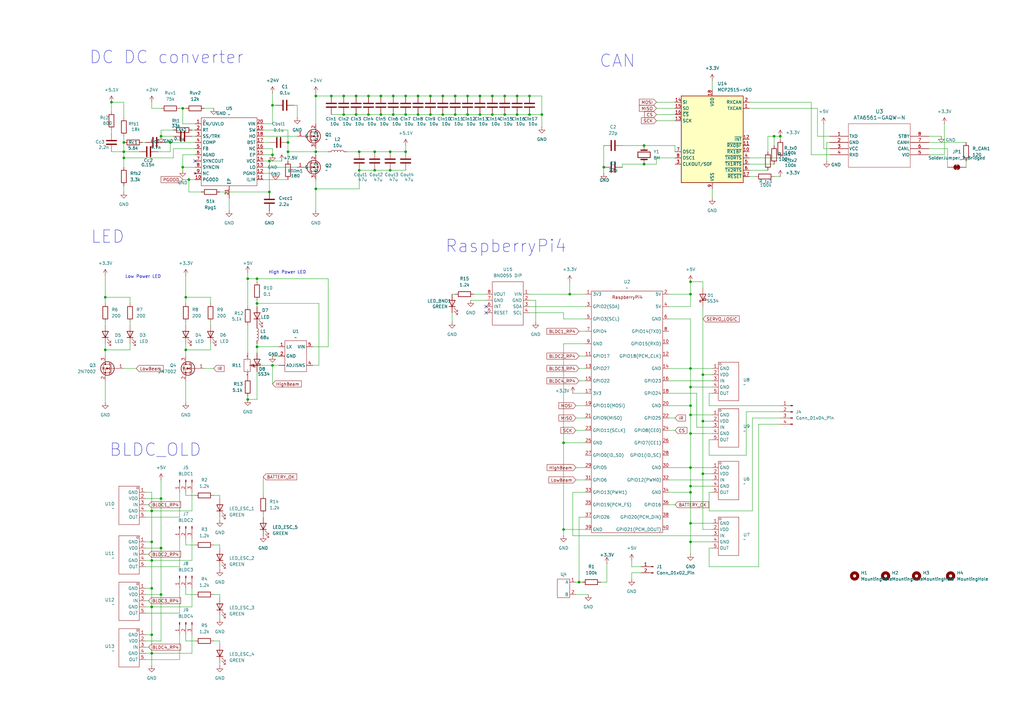
<source format=kicad_sch>
(kicad_sch (version 20250114) (generator "eeschema") (generator_version "9.0")
  (paper "A3")
  (title_block (title "UMIUSI2_control_unit") (date "2025-04-13"))
  (text "RaspberryPi4" (at 207.518 101.092 0) (effects (font (size 5.08 5.08))))
  (text "BLDC_OLD" (at 63.754 184.658 0) (effects (font (size 5.08 5.08))))
  (text "LED" (at 44.196 97.282 0) (effects (font (size 5.08 5.08))))
  (text "DC DC converter" (at 68.326 23.622 0) (effects (font (size 5.08 5.08))))
  (text "CAN" (at 253.238 25.146 0) (effects (font (size 5.08 5.08))))
  (text "High Power LED" (at 117.856 111.76 0) (effects (font (size 1.27 1.27))))
  (text "Low Power LED" (at 58.674 113.538 0) (effects (font (size 1.27 1.27))))
  (junction (at 283.21 151.13))
  (junction (at 317.5 55.88))
  (junction (at 156.21 46.99))
  (junction (at 62.23 241.3))
  (junction (at 283.21 201.93))
  (junction (at 135.89 39.37))
  (junction (at 62.23 209.55))
  (junction (at 320.04 55.88))
  (junction (at 111.76 63.5))
  (junction (at 105.41 142.24))
  (junction (at 283.21 214.63))
  (junction (at 101.6 114.3))
  (junction (at 111.76 149.86))
  (junction (at 153.67 69.85))
  (junction (at 76.2 143.51))
  (junction (at 283.21 120.65))
  (junction (at 176.53 39.37))
  (junction (at 237.49 238.76))
  (junction (at 146.05 46.99))
  (junction (at 147.32 62.23))
  (junction (at 62.23 248.92))
  (junction (at 166.37 46.99))
  (junction (at 105.41 114.3))
  (junction (at 186.69 39.37))
  (junction (at 288.29 172.72))
  (junction (at 66.04 204.47))
  (junction (at 118.11 62.23))
  (junction (at 129.54 77.47))
  (junction (at 74.93 68.58))
  (junction (at 105.41 124.46))
  (junction (at 62.23 260.35))
  (junction (at 50.8 62.23))
  (junction (at 140.97 39.37))
  (junction (at 233.68 120.65))
  (junction (at 45.72 41.91))
  (junction (at 166.37 39.37))
  (junction (at 110.49 66.04))
  (junction (at 176.53 46.99))
  (junction (at 283.21 166.37))
  (junction (at 201.93 39.37))
  (junction (at 222.25 46.99))
  (junction (at 151.13 39.37))
  (junction (at 191.77 39.37))
  (junction (at 160.02 62.23))
  (junction (at 196.85 39.37))
  (junction (at 207.01 46.99))
  (junction (at 110.49 78.74))
  (junction (at 231.14 217.17))
  (junction (at 171.45 46.99))
  (junction (at 151.13 46.99))
  (junction (at 288.29 194.31))
  (junction (at 66.04 224.79))
  (junction (at 77.47 73.66))
  (junction (at 43.18 121.92))
  (junction (at 171.45 39.37))
  (junction (at 129.54 39.37))
  (junction (at 118.11 58.42))
  (junction (at 217.17 39.37))
  (junction (at 129.54 62.23))
  (junction (at 50.8 58.42))
  (junction (at 288.29 153.67))
  (junction (at 161.29 46.99))
  (junction (at 283.21 177.8))
  (junction (at 62.23 222.25))
  (junction (at 196.85 46.99))
  (junction (at 283.21 199.39))
  (junction (at 283.21 115.57))
  (junction (at 160.02 69.85))
  (junction (at 186.69 46.99))
  (junction (at 181.61 39.37))
  (junction (at 283.21 170.18))
  (junction (at 147.32 69.85))
  (junction (at 153.67 62.23))
  (junction (at 111.76 43.18))
  (junction (at 161.29 39.37))
  (junction (at 156.21 39.37))
  (junction (at 76.2 121.92))
  (junction (at 43.18 143.51))
  (junction (at 66.04 55.88))
  (junction (at 283.21 222.25))
  (junction (at 74.93 44.45))
  (junction (at 66.04 243.84))
  (junction (at 62.23 267.97))
  (junction (at 217.17 46.99))
  (junction (at 50.8 64.77))
  (junction (at 62.23 229.87))
  (junction (at 140.97 46.99))
  (junction (at 191.77 46.99))
  (junction (at 207.01 39.37))
  (junction (at 247.65 68.58))
  (junction (at 69.85 58.42))
  (junction (at 283.21 158.75))
  (junction (at 181.61 46.99))
  (junction (at 201.93 46.99))
  (junction (at 166.37 62.23))
  (junction (at 283.21 191.77))
  (junction (at 146.05 39.37))
  (junction (at 212.09 46.99))
  (junction (at 264.16 67.31))
  (junction (at 101.6 163.83))
  (junction (at 231.14 181.61))
  (junction (at 264.16 59.69))
  (junction (at 212.09 39.37))
  (no_connect (at 199.39 125.73))
  (no_connect (at 199.39 128.27))
  (no_connect (at 80.01 66.04))
  (wire (pts (xy 58.42 58.42) (xy 59.69 58.42)))
  (wire (pts (xy 283.21 158.75) (xy 292.1 158.75)))
  (wire (pts (xy 283.21 214.63) (xy 283.21 222.25)))
  (wire (pts (xy 262.89 232.41) (xy 259.08 232.41)))
  (wire (pts (xy 134.62 114.3) (xy 134.62 142.24)))
  (wire (pts (xy 186.69 46.99) (xy 191.77 46.99)))
  (wire (pts (xy 285.75 175.26) (xy 292.1 175.26)))
  (wire (pts (xy 387.35 50.8) (xy 387.35 63.5)))
  (wire (pts (xy 185.42 128.27) (xy 185.42 132.08)))
  (wire (pts (xy 332.74 41.91) (xy 307.34 41.91)))
  (wire (pts (xy 110.49 66.04) (xy 110.49 78.74)))
  (wire (pts (xy 236.22 243.84) (xy 241.3 243.84)))
  (wire (pts (xy 76.2 223.52) (xy 80.01 223.52)))
  (wire (pts (xy 76.2 220.98) (xy 76.2 223.52)))
  (wire (pts (xy 78.74 229.87) (xy 78.74 220.98)))
  (wire (pts (xy 283.21 199.39) (xy 283.21 201.93)))
  (wire (pts (xy 105.41 152.4) (xy 105.41 163.83)))
  (wire (pts (xy 259.08 234.95) (xy 259.08 237.49)))
  (wire (pts (xy 129.54 39.37) (xy 129.54 50.8)))
  (wire (pts (xy 105.41 124.46) (xy 130.81 124.46)))
  (wire (pts (xy 269.24 67.31) (xy 264.16 67.31)))
  (wire (pts (xy 283.21 125.73) (xy 283.21 120.65)))
  (wire (pts (xy 111.76 50.8) (xy 107.95 50.8)))
  (wire (pts (xy 276.86 59.69) (xy 276.86 62.23)))
  (wire (pts (xy 307.34 69.85) (xy 314.96 69.85)))
  (wire (pts (xy 129.54 73.66) (xy 129.54 77.47)))
  (wire (pts (xy 76.2 132.08) (xy 76.2 133.35)))
  (wire (pts (xy 59.69 260.35) (xy 62.23 260.35)))
  (wire (pts (xy 118.11 62.23) (xy 118.11 58.42)))
  (wire (pts (xy 76.2 203.2) (xy 80.01 203.2)))
  (wire (pts (xy 62.23 209.55) (xy 78.74 209.55)))
  (wire (pts (xy 64.77 62.23) (xy 69.85 62.23)))
  (wire (pts (xy 320.04 55.88) (xy 320.04 57.15)))
  (wire (pts (xy 107.95 55.88) (xy 121.92 55.88)))
  (wire (pts (xy 146.05 46.99) (xy 151.13 46.99)))
  (wire (pts (xy 105.41 114.3) (xy 105.41 115.57)))
  (wire (pts (xy 236.22 238.76) (xy 237.49 238.76)))
  (wire (pts (xy 90.17 245.11) (xy 90.17 243.84)))
  (wire (pts (xy 67.31 58.42) (xy 69.85 58.42)))
  (wire (pts (xy 288.29 172.72) (xy 288.29 194.31)))
  (wire (pts (xy 288.29 153.67) (xy 292.1 153.67)))
  (wire (pts (xy 121.92 48.26) (xy 121.92 43.18)))
  (wire (pts (xy 292.1 201.93) (xy 290.83 201.93)))
  (wire (pts (xy 55.88 151.13) (xy 50.8 151.13)))
  (wire (pts (xy 59.69 227.33) (xy 60.96 227.33)))
  (wire (pts (xy 337.82 60.96) (xy 340.36 60.96)))
  (wire (pts (xy 231.14 140.97) (xy 231.14 181.61)))
  (wire (pts (xy 283.21 177.8) (xy 292.1 177.8)))
  (wire (pts (xy 283.21 115.57) (xy 288.29 115.57)))
  (wire (pts (xy 43.18 132.08) (xy 43.18 133.35)))
  (wire (pts (xy 121.92 43.18) (xy 120.65 43.18)))
  (wire (pts (xy 69.85 62.23) (xy 69.85 58.42)))
  (wire (pts (xy 219.71 123.19) (xy 217.17 123.19)))
  (wire (pts (xy 107.95 60.96) (xy 111.76 60.96)))
  (wire (pts (xy 45.72 41.91) (xy 45.72 45.72)))
  (wire (pts (xy 53.34 132.08) (xy 53.34 133.35)))
  (wire (pts (xy 146.05 39.37) (xy 151.13 39.37)))
  (wire (pts (xy 83.82 44.45) (xy 87.63 44.45)))
  (wire (pts (xy 337.82 50.8) (xy 337.82 60.96)))
  (wire (pts (xy 231.14 128.27) (xy 231.14 130.81)))
  (wire (pts (xy 110.49 66.04) (xy 115.57 66.04)))
  (wire (pts (xy 66.04 196.85) (xy 66.04 204.47)))
  (wire (pts (xy 274.32 191.77) (xy 283.21 191.77)))
  (wire (pts (xy 111.76 146.05) (xy 114.3 146.05)))
  (wire (pts (xy 248.92 238.76) (xy 246.38 238.76)))
  (wire (pts (xy 105.41 149.86) (xy 111.76 149.86)))
  (wire (pts (xy 288.29 217.17) (xy 292.1 217.17)))
  (wire (pts (xy 335.28 55.88) (xy 340.36 55.88)))
  (wire (pts (xy 166.37 46.99) (xy 171.45 46.99)))
  (wire (pts (xy 262.89 234.95) (xy 259.08 234.95)))
  (wire (pts (xy 255.27 67.31) (xy 264.16 67.31)))
  (wire (pts (xy 59.69 251.46) (xy 73.66 251.46)))
  (wire (pts (xy 107.95 68.58) (xy 121.92 68.58)))
  (wire (pts (xy 78.74 248.92) (xy 62.23 248.92)))
  (wire (pts (xy 62.23 44.45) (xy 66.04 44.45)))
  (wire (pts (xy 285.75 161.29) (xy 285.75 175.26)))
  (wire (pts (xy 107.95 53.34) (xy 118.11 53.34)))
  (wire (pts (xy 191.77 39.37) (xy 196.85 39.37)))
  (wire (pts (xy 274.32 166.37) (xy 283.21 166.37)))
  (wire (pts (xy 240.03 120.65) (xy 233.68 120.65)))
  (wire (pts (xy 147.32 62.23) (xy 153.67 62.23)))
  (wire (pts (xy 73.66 232.41) (xy 59.69 232.41)))
  (wire (pts (xy 43.18 156.21) (xy 43.18 165.1)))
  (wire (pts (xy 76.2 260.35) (xy 76.2 262.89)))
  (wire (pts (xy 283.21 214.63) (xy 292.1 214.63)))
  (wire (pts (xy 87.63 151.13) (xy 83.82 151.13)))
  (wire (pts (xy 222.25 39.37) (xy 222.25 46.99)))
  (wire (pts (xy 217.17 39.37) (xy 222.25 39.37)))
  (wire (pts (xy 269.24 41.91) (xy 276.86 41.91)))
  (wire (pts (xy 308.61 171.45) (xy 320.04 171.45)))
  (wire (pts (xy 274.32 196.85) (xy 292.1 196.85)))
  (wire (pts (xy 105.41 123.19) (xy 105.41 124.46)))
  (wire (pts (xy 274.32 156.21) (xy 292.1 156.21)))
  (wire (pts (xy 111.76 43.18) (xy 113.03 43.18)))
  (wire (pts (xy 62.23 209.55) (xy 62.23 222.25)))
  (wire (pts (xy 59.69 248.92) (xy 62.23 248.92)))
  (wire (pts (xy 59.69 243.84) (xy 66.04 243.84)))
  (wire (pts (xy 78.74 201.93) (xy 78.74 209.55)))
  (wire (pts (xy 396.24 66.04) (xy 396.24 68.58)))
  (wire (pts (xy 292.1 224.79) (xy 290.83 224.79)))
  (wire (pts (xy 66.04 262.89) (xy 66.04 243.84)))
  (wire (pts (xy 129.54 63.5) (xy 129.54 62.23)))
  (wire (pts (xy 76.2 121.92) (xy 86.36 121.92)))
  (wire (pts (xy 78.74 55.88) (xy 80.01 55.88)))
  (wire (pts (xy 259.08 232.41) (xy 259.08 229.87)))
  (wire (pts (xy 74.93 44.45) (xy 76.2 44.45)))
  (wire (pts (xy 233.68 120.65) (xy 233.68 115.57)))
  (wire (pts (xy 111.76 149.86) (xy 111.76 157.48)))
  (wire (pts (xy 107.95 66.04) (xy 110.49 66.04)))
  (wire (pts (xy 101.6 114.3) (xy 101.6 125.73)))
  (wire (pts (xy 59.69 246.38) (xy 60.96 246.38)))
  (wire (pts (xy 105.41 114.3) (xy 134.62 114.3)))
  (wire (pts (xy 128.27 149.86) (xy 130.81 149.86)))
  (wire (pts (xy 50.8 64.77) (xy 71.12 64.77)))
  (wire (pts (xy 237.49 238.76) (xy 238.76 238.76)))
  (wire (pts (xy 62.23 41.91) (xy 62.23 44.45)))
  (wire (pts (xy 237.49 146.05) (xy 240.03 146.05)))
  (wire (pts (xy 43.18 143.51) (xy 43.18 140.97)))
  (wire (pts (xy 129.54 39.37) (xy 135.89 39.37)))
  (wire (pts (xy 90.17 233.68) (xy 90.17 232.41)))
  (wire (pts (xy 274.32 151.13) (xy 283.21 151.13)))
  (wire (pts (xy 290.83 201.93) (xy 290.83 209.55)))
  (wire (pts (xy 77.47 73.66) (xy 80.01 73.66)))
  (wire (pts (xy 307.34 67.31) (xy 317.5 67.31)))
  (wire (pts (xy 62.23 229.87) (xy 62.23 241.3)))
  (wire (pts (xy 59.69 229.87) (xy 62.23 229.87)))
  (wire (pts (xy 217.17 46.99) (xy 222.25 46.99)))
  (wire (pts (xy 129.54 62.23) (xy 129.54 60.96)))
  (wire (pts (xy 151.13 46.99) (xy 156.21 46.99)))
  (wire (pts (xy 237.49 151.13) (xy 240.03 151.13)))
  (wire (pts (xy 130.81 149.86) (xy 130.81 124.46)))
  (wire (pts (xy 306.07 186.69) (xy 306.07 168.91)))
  (wire (pts (xy 129.54 38.1) (xy 129.54 39.37)))
  (wire (pts (xy 161.29 46.99) (xy 166.37 46.99)))
  (wire (pts (xy 288.29 194.31) (xy 288.29 217.17)))
  (wire (pts (xy 107.95 73.66) (xy 118.11 73.66)))
  (wire (pts (xy 283.21 222.25) (xy 292.1 222.25)))
  (wire (pts (xy 90.17 204.47) (xy 90.17 203.2)))
  (wire (pts (xy 86.36 121.92) (xy 86.36 124.46)))
  (wire (pts (xy 283.21 191.77) (xy 283.21 199.39)))
  (wire (pts (xy 288.29 118.11) (xy 288.29 115.57)))
  (wire (pts (xy 59.69 262.89) (xy 66.04 262.89)))
  (wire (pts (xy 62.23 241.3) (xy 62.23 248.92)))
  (wire (pts (xy 43.18 143.51) (xy 53.34 143.51)))
  (wire (pts (xy 288.29 172.72) (xy 292.1 172.72)))
  (wire (pts (xy 50.8 64.77) (xy 50.8 62.23)))
  (wire (pts (xy 292.1 161.29) (xy 290.83 161.29)))
  (wire (pts (xy 59.69 267.97) (xy 62.23 267.97)))
  (wire (pts (xy 236.22 176.53) (xy 240.03 176.53)))
  (wire (pts (xy 196.85 39.37) (xy 201.93 39.37)))
  (wire (pts (xy 111.76 149.86) (xy 114.3 149.86)))
  (wire (pts (xy 59.69 204.47) (xy 66.04 204.47)))
  (wire (pts (xy 76.2 143.51) (xy 86.36 143.51)))
  (wire (pts (xy 50.8 41.91) (xy 45.72 41.91)))
  (wire (pts (xy 231.14 130.81) (xy 240.03 130.81)))
  (wire (pts (xy 135.89 46.99) (xy 140.97 46.99)))
  (wire (pts (xy 62.23 222.25) (xy 62.23 229.87)))
  (wire (pts (xy 80.01 63.5) (xy 74.93 63.5)))
  (wire (pts (xy 335.28 55.88) (xy 335.28 44.45)))
  (wire (pts (xy 118.11 53.34) (xy 118.11 58.42)))
  (wire (pts (xy 105.41 124.46) (xy 105.41 125.73)))
  (wire (pts (xy 107.95 71.12) (xy 113.03 71.12)))
  (wire (pts (xy 66.04 204.47) (xy 66.04 224.79)))
  (wire (pts (xy 307.34 64.77) (xy 320.04 64.77)))
  (wire (pts (xy 248.92 231.14) (xy 248.92 238.76)))
  (wire (pts (xy 50.8 48.26) (xy 50.8 41.91)))
  (wire (pts (xy 62.23 248.92) (xy 62.23 260.35)))
  (wire (pts (xy 308.61 209.55) (xy 308.61 171.45)))
  (wire (pts (xy 309.88 72.39) (xy 307.34 72.39)))
  (wire (pts (xy 288.29 125.73) (xy 288.29 153.67)))
  (wire (pts (xy 236.22 196.85) (xy 240.03 196.85)))
  (wire (pts (xy 283.21 177.8) (xy 283.21 191.77)))
  (wire (pts (xy 43.18 113.03) (xy 43.18 121.92)))
  (wire (pts (xy 191.77 46.99) (xy 196.85 46.99)))
  (wire (pts (xy 236.22 191.77) (xy 240.03 191.77)))
  (wire (pts (xy 290.83 224.79) (xy 290.83 232.41)))
  (wire (pts (xy 292.1 180.34) (xy 290.83 180.34)))
  (wire (pts (xy 59.69 209.55) (xy 62.23 209.55)))
  (wire (pts (xy 166.37 39.37) (xy 171.45 39.37)))
  (wire (pts (xy 101.6 114.3) (xy 105.41 114.3)))
  (wire (pts (xy 176.53 39.37) (xy 181.61 39.37)))
  (wire (pts (xy 283.21 201.93) (xy 283.21 214.63)))
  (wire (pts (xy 76.2 243.84) (xy 80.01 243.84)))
  (wire (pts (xy 290.83 180.34) (xy 290.83 186.69)))
  (wire (pts (xy 90.17 224.79) (xy 90.17 223.52)))
  (wire (pts (xy 160.02 62.23) (xy 166.37 62.23)))
  (wire (pts (xy 283.21 151.13) (xy 283.21 158.75)))
  (wire (pts (xy 107.95 212.09) (xy 107.95 210.82)))
  (wire (pts (xy 269.24 46.99) (xy 276.86 46.99)))
  (wire (pts (xy 269.24 64.77) (xy 269.24 67.31)))
  (wire (pts (xy 101.6 163.83) (xy 105.41 163.83)))
  (wire (pts (xy 87.63 262.89) (xy 90.17 262.89)))
  (wire (pts (xy 307.34 44.45) (xy 335.28 44.45)))
  (wire (pts (xy 240.03 140.97) (xy 231.14 140.97)))
  (wire (pts (xy 87.63 203.2) (xy 90.17 203.2)))
  (wire (pts (xy 62.23 267.97) (xy 62.23 273.05)))
  (wire (pts (xy 386.08 55.88) (xy 381 55.88)))
  (wire (pts (xy 129.54 77.47) (xy 129.54 86.36)))
  (wire (pts (xy 50.8 68.58) (xy 50.8 64.77)))
  (wire (pts (xy 62.23 260.35) (xy 62.23 267.97)))
  (wire (pts (xy 276.86 64.77) (xy 269.24 64.77)))
  (wire (pts (xy 231.14 217.17) (xy 240.03 217.17)))
  (wire (pts (xy 76.2 241.3) (xy 76.2 243.84)))
  (wire (pts (xy 381 63.5) (xy 387.35 63.5)))
  (wire (pts (xy 212.09 39.37) (xy 217.17 39.37)))
  (wire (pts (xy 107.95 58.42) (xy 110.49 58.42)))
  (wire (pts (xy 80.01 60.96) (xy 71.12 60.96)))
  (wire (pts (xy 161.29 39.37) (xy 166.37 39.37)))
  (wire (pts (xy 77.47 73.66) (xy 77.47 78.74)))
  (wire (pts (xy 107.95 195.58) (xy 107.95 203.2)))
  (wire (pts (xy 90.17 273.05) (xy 90.17 271.78)))
  (wire (pts (xy 59.69 241.3) (xy 62.23 241.3)))
  (wire (pts (xy 240.03 201.93) (xy 234.95 201.93)))
  (wire (pts (xy 74.93 44.45) (xy 74.93 50.8)))
  (wire (pts (xy 53.34 140.97) (xy 53.34 143.51)))
  (wire (pts (xy 118.11 62.23) (xy 129.54 62.23)))
  (wire (pts (xy 118.11 66.04) (xy 118.11 62.23)))
  (wire (pts (xy 76.2 146.05) (xy 76.2 143.51)))
  (wire (pts (xy 66.04 55.88) (xy 71.12 55.88)))
  (wire (pts (xy 74.93 63.5) (xy 74.93 68.58)))
  (wire (pts (xy 212.09 46.99) (xy 217.17 46.99)))
  (wire (pts (xy 247.65 59.69) (xy 247.65 68.58)))
  (wire (pts (xy 237.49 212.09) (xy 240.03 212.09)))
  (wire (pts (xy 274.32 130.81) (xy 283.21 130.81)))
  (wire (pts (xy 86.36 140.97) (xy 86.36 143.51)))
  (wire (pts (xy 59.69 201.93) (xy 62.23 201.93)))
  (wire (pts (xy 264.16 59.69) (xy 276.86 59.69)))
  (wire (pts (xy 86.36 132.08) (xy 86.36 133.35)))
  (wire (pts (xy 283.21 170.18) (xy 283.21 177.8)))
  (wire (pts (xy 78.74 53.34) (xy 80.01 53.34)))
  (wire (pts (xy 320.04 72.39) (xy 317.5 72.39)))
  (wire (pts (xy 134.62 142.24) (xy 128.27 142.24)))
  (wire (pts (xy 50.8 58.42) (xy 50.8 62.23)))
  (wire (pts (xy 50.8 76.2) (xy 50.8 78.74)))
  (wire (pts (xy 283.21 170.18) (xy 292.1 170.18)))
  (wire (pts (xy 140.97 46.99) (xy 146.05 46.99)))
  (wire (pts (xy 237.49 135.89) (xy 240.03 135.89)))
  (wire (pts (xy 135.89 39.37) (xy 140.97 39.37)))
  (wire (pts (xy 59.69 207.01) (xy 60.96 207.01)))
  (wire (pts (xy 290.83 209.55) (xy 308.61 209.55)))
  (wire (pts (xy 290.83 166.37) (xy 320.04 166.37)))
  (wire (pts (xy 147.32 69.85) (xy 153.67 69.85)))
  (wire (pts (xy 111.76 43.18) (xy 111.76 50.8)))
  (wire (pts (xy 76.2 262.89) (xy 80.01 262.89)))
  (wire (pts (xy 59.69 265.43) (xy 60.96 265.43)))
  (wire (pts (xy 381 58.42) (xy 396.24 58.42)))
  (wire (pts (xy 74.93 68.58) (xy 80.01 68.58)))
  (wire (pts (xy 283.21 222.25) (xy 283.21 227.33)))
  (wire (pts (xy 283.21 120.65) (xy 283.21 115.57)))
  (wire (pts (xy 274.32 125.73) (xy 283.21 125.73)))
  (wire (pts (xy 290.83 232.41) (xy 311.15 232.41)))
  (wire (pts (xy 147.32 69.85) (xy 147.32 77.47)))
  (wire (pts (xy 269.24 44.45) (xy 276.86 44.45)))
  (wire (pts (xy 283.21 166.37) (xy 283.21 170.18)))
  (wire (pts (xy 306.07 168.91) (xy 320.04 168.91)))
  (wire (pts (xy 53.34 121.92) (xy 53.34 124.46)))
  (wire (pts (xy 43.18 121.92) (xy 53.34 121.92)))
  (wire (pts (xy 171.45 46.99) (xy 176.53 46.99)))
  (wire (pts (xy 207.01 39.37) (xy 212.09 39.37)))
  (wire (pts (xy 76.2 201.93) (xy 76.2 203.2)))
  (wire (pts (xy 73.66 251.46) (xy 73.66 241.3)))
  (wire (pts (xy 196.85 46.99) (xy 201.93 46.99)))
  (wire (pts (xy 201.93 39.37) (xy 207.01 39.37)))
  (wire (pts (xy 292.1 33.02) (xy 292.1 36.83)))
  (wire (pts (xy 274.32 171.45) (xy 276.86 171.45)))
  (wire (pts (xy 247.65 68.58) (xy 247.65 71.12)))
  (wire (pts (xy 181.61 46.99) (xy 186.69 46.99)))
  (wire (pts (xy 50.8 62.23) (xy 57.15 62.23)))
  (wire (pts (xy 171.45 39.37) (xy 176.53 39.37)))
  (wire (pts (xy 59.69 270.51) (xy 73.66 270.51)))
  (wire (pts (xy 73.66 44.45) (xy 74.93 44.45)))
  (wire (pts (xy 101.6 162.56) (xy 101.6 163.83)))
  (wire (pts (xy 129.54 62.23) (xy 134.62 62.23)))
  (wire (pts (xy 217.17 120.65) (xy 233.68 120.65)))
  (wire (pts (xy 317.5 55.88) (xy 320.04 55.88)))
  (wire (pts (xy 93.98 86.36) (xy 93.98 81.28)))
  (wire (pts (xy 283.21 191.77) (xy 292.1 191.77)))
  (wire (pts (xy 166.37 59.69) (xy 166.37 62.23)))
  (wire (pts (xy 269.24 49.53) (xy 276.86 49.53)))
  (wire (pts (xy 153.67 62.23) (xy 160.02 62.23)))
  (wire (pts (xy 62.23 201.93) (xy 62.23 209.55)))
  (wire (pts (xy 73.66 270.51) (xy 73.66 260.35)))
  (wire (pts (xy 66.04 53.34) (xy 66.04 55.88)))
  (wire (pts (xy 388.62 60.96) (xy 388.62 68.58)))
  (wire (pts (xy 274.32 201.93) (xy 283.21 201.93)))
  (wire (pts (xy 140.97 39.37) (xy 146.05 39.37)))
  (wire (pts (xy 290.83 161.29) (xy 290.83 166.37)))
  (wire (pts (xy 153.67 69.85) (xy 160.02 69.85)))
  (wire (pts (xy 74.93 68.58) (xy 74.93 69.85)))
  (wire (pts (xy 71.12 53.34) (xy 66.04 53.34)))
  (wire (pts (xy 76.2 121.92) (xy 76.2 124.46)))
  (wire (pts (xy 45.72 62.23) (xy 50.8 62.23)))
  (wire (pts (xy 388.62 60.96) (xy 381 60.96)))
  (wire (pts (xy 74.93 50.8) (xy 80.01 50.8)))
  (wire (pts (xy 43.18 121.92) (xy 43.18 124.46)))
  (wire (pts (xy 147.32 77.47) (xy 129.54 77.47)))
  (wire (pts (xy 255.27 59.69) (xy 264.16 59.69)))
  (wire (pts (xy 45.72 53.34) (xy 45.72 54.61)))
  (wire (pts (xy 76.2 165.1) (xy 76.2 156.21)))
  (wire (pts (xy 217.17 125.73) (xy 240.03 125.73)))
  (wire (pts (xy 201.93 46.99) (xy 207.01 46.99)))
  (wire (pts (xy 101.6 133.35) (xy 101.6 144.78)))
  (wire (pts (xy 87.63 243.84) (xy 90.17 243.84)))
  (wire (pts (xy 101.6 111.76) (xy 101.6 114.3)))
  (wire (pts (xy 78.74 267.97) (xy 62.23 267.97)))
  (wire (pts (xy 59.69 212.09) (xy 73.66 212.09)))
  (wire (pts (xy 231.14 181.61) (xy 231.14 217.17)))
  (wire (pts (xy 151.13 39.37) (xy 156.21 39.37)))
  (wire (pts (xy 236.22 171.45) (xy 240.03 171.45)))
  (wire (pts (xy 76.2 143.51) (xy 76.2 140.97)))
  (wire (pts (xy 292.1 77.47) (xy 292.1 81.28)))
  (wire (pts (xy 185.42 120.65) (xy 186.69 120.65)))
  (wire (pts (xy 231.14 219.71) (xy 231.14 217.17)))
  (wire (pts (xy 78.74 260.35) (xy 78.74 267.97)))
  (wire (pts (xy 314.96 62.23) (xy 314.96 55.88)))
  (wire (pts (xy 90.17 254) (xy 90.17 252.73)))
  (wire (pts (xy 73.66 201.93) (xy 73.66 212.09)))
  (wire (pts (xy 77.47 78.74) (xy 82.55 78.74)))
  (wire (pts (xy 283.21 158.75) (xy 283.21 166.37)))
  (wire (pts (xy 156.21 46.99) (xy 161.29 46.99)))
  (wire (pts (xy 222.25 46.99) (xy 222.25 52.07)))
  (wire (pts (xy 111.76 60.96) (xy 111.76 63.5)))
  (wire (pts (xy 332.74 41.91) (xy 332.74 63.5)))
  (wire (pts (xy 160.02 69.85) (xy 166.37 69.85)))
  (wire (pts (xy 217.17 128.27) (xy 231.14 128.27)))
  (wire (pts (xy 274.32 176.53) (xy 276.86 176.53)))
  (wire (pts (xy 317.5 55.88) (xy 317.5 59.69)))
  (wire (pts (xy 311.15 232.41) (xy 311.15 173.99)))
  (wire (pts (xy 237.49 156.21) (xy 240.03 156.21)))
  (wire (pts (xy 234.95 161.29) (xy 240.03 161.29)))
  (wire (pts (xy 69.85 58.42) (xy 80.01 58.42)))
  (wire (pts (xy 234.95 201.93) (xy 234.95 219.71)))
  (wire (pts (xy 274.32 207.01) (xy 276.86 207.01)))
  (wire (pts (xy 50.8 55.88) (xy 50.8 58.42)))
  (wire (pts (xy 332.74 63.5) (xy 340.36 63.5)))
  (wire (pts (xy 340.36 58.42) (xy 339.09 58.42)))
  (wire (pts (xy 156.21 39.37) (xy 161.29 39.37)))
  (wire (pts (xy 74.93 73.66) (xy 77.47 73.66)))
  (wire (pts (xy 234.95 219.71) (xy 292.1 219.71)))
  (wire (pts (xy 186.69 39.37) (xy 191.77 39.37)))
  (wire (pts (xy 181.61 39.37) (xy 186.69 39.37)))
  (wire (pts (xy 314.96 55.88) (xy 317.5 55.88)))
  (wire (pts (xy 111.76 38.1) (xy 111.76 43.18)))
  (wire (pts (xy 311.15 173.99) (xy 320.04 173.99)))
  (wire (pts (xy 90.17 213.36) (xy 90.17 212.09)))
  (wire (pts (xy 339.09 58.42) (xy 339.09 66.04)))
  (wire (pts (xy 71.12 60.96) (xy 71.12 64.77)))
  (wire (pts (xy 283.21 199.39) (xy 292.1 199.39)))
  (wire (pts (xy 194.31 120.65) (xy 199.39 120.65)))
  (wire (pts (xy 76.2 113.03) (xy 76.2 121.92)))
  (wire (pts (xy 193.04 123.19) (xy 199.39 123.19)))
  (wire (pts (xy 62.23 229.87) (xy 78.74 229.87)))
  (wire (pts (xy 87.63 223.52) (xy 90.17 223.52)))
  (wire (pts (xy 78.74 241.3) (xy 78.74 248.92)))
  (wire (pts (xy 43.18 143.51) (xy 43.18 146.05)))
  (wire (pts (xy 283.21 130.81) (xy 283.21 151.13)))
  (wire (pts (xy 107.95 63.5) (xy 111.76 63.5)))
  (wire (pts (xy 59.69 224.79) (xy 66.04 224.79)))
  (wire (pts (xy 236.22 166.37) (xy 240.03 166.37)))
  (wire (pts (xy 105.41 142.24) (xy 105.41 144.78)))
  (wire (pts (xy 219.71 123.19) (xy 219.71 132.08)))
  (wire (pts (xy 274.32 161.29) (xy 285.75 161.29)))
  (wire (pts (xy 105.41 142.24) (xy 114.3 142.24)))
  (wire (pts (xy 66.04 243.84) (xy 66.04 224.79)))
  (wire (pts (xy 290.83 186.69) (xy 306.07 186.69)))
  (wire (pts (xy 105.41 140.97) (xy 105.41 142.24)))
  (wire (pts (xy 73.66 220.98) (xy 73.66 232.41)))
  (wire (pts (xy 255.27 68.58) (xy 255.27 67.31)))
  (wire (pts (xy 90.17 264.16) (xy 90.17 262.89)))
  (wire (pts (xy 176.53 46.99) (xy 181.61 46.99)))
  (wire (pts (xy 288.29 153.67) (xy 288.29 172.72)))
  (wire (pts (xy 90.17 78.74) (xy 110.49 78.74)))
  (wire (pts (xy 274.32 120.65) (xy 283.21 120.65)))
  (wire (pts (xy 59.69 222.25) (xy 62.23 222.25)))
  (wire (pts (xy 237.49 212.09) (xy 237.49 238.76)))
  (wire (pts (xy 288.29 194.31) (xy 292.1 194.31)))
  (wire (pts (xy 231.14 181.61) (xy 240.03 181.61)))
  (wire (pts (xy 207.01 46.99) (xy 212.09 46.99)))
  (wire (pts (xy 283.21 151.13) (xy 292.1 151.13)))
  (wire (pts (xy 142.24 62.23) (xy 147.32 62.23)))
  (global_label "MISO" (shape input) (at 236.22 171.45 180) (property "Intersheetrefs" "${INTERSHEET_REFS}" (effects (hide yes))))
  (global_label "SERVO_LOGIC" (shape input) (at 288.29 130.81 0) (property "Intersheetrefs" "${INTERSHEET_REFS}" (effects (hide yes))))
  (global_label "BLDC1_RP4" (shape input) (at 237.49 135.89 180) (property "Intersheetrefs" "${INTERSHEET_REFS}" (effects (hide yes))))
  (global_label "LowBeam" (shape input) (at 55.88 151.13 0) (property "Intersheetrefs" "${INTERSHEET_REFS}" (effects (hide yes))))
  (global_label "PGOOD" (shape input) (at 74.93 73.66 180) (property "Intersheetrefs" "${INTERSHEET_REFS}" (effects (hide yes))))
  (global_label "BLDC3_RP4" (shape input) (at 237.49 151.13 180) (property "Intersheetrefs" "${INTERSHEET_REFS}" (effects (hide yes))))
  (global_label "BLDC3_RP4" (shape input) (at 60.96 246.38 0) (property "Intersheetrefs" "${INTERSHEET_REFS}" (effects (hide yes))))
  (global_label "IR" (shape input) (at 87.63 151.13 0) (property "Intersheetrefs" "${INTERSHEET_REFS}" (effects (hide yes))))
  (global_label "MOSI" (shape input) (at 269.24 41.91 180) (property "Intersheetrefs" "${INTERSHEET_REFS}" (effects (hide yes))))
  (global_label "SCK" (shape input) (at 269.24 49.53 180) (property "Intersheetrefs" "${INTERSHEET_REFS}" (effects (hide yes))))
  (global_label "BLDC2_RP4" (shape input) (at 60.96 227.33 0) (property "Intersheetrefs" "${INTERSHEET_REFS}" (effects (hide yes))))
  (global_label "HighBeam" (shape input) (at 111.76 157.48 0) (property "Intersheetrefs" "${INTERSHEET_REFS}" (effects (hide yes))))
  (global_label "HighBeam" (shape input) (at 236.22 191.77 180) (property "Intersheetrefs" "${INTERSHEET_REFS}" (effects (hide yes))))
  (global_label "BLDC4_RP4" (shape input) (at 60.96 265.43 0) (property "Intersheetrefs" "${INTERSHEET_REFS}" (effects (hide yes))))
  (global_label "CS" (shape input) (at 276.86 176.53 0) (property "Intersheetrefs" "${INTERSHEET_REFS}" (effects (hide yes))))
  (global_label "BLDC1_RP4" (shape input) (at 60.96 207.01 0) (property "Intersheetrefs" "${INTERSHEET_REFS}" (effects (hide yes))))
  (global_label "MISO" (shape input) (at 269.24 44.45 180) (property "Intersheetrefs" "${INTERSHEET_REFS}" (effects (hide yes))))
  (global_label "BLDC4_RP4" (shape input) (at 237.49 156.21 180) (property "Intersheetrefs" "${INTERSHEET_REFS}" (effects (hide yes))))
  (global_label "SCK" (shape input) (at 236.22 176.53 180) (property "Intersheetrefs" "${INTERSHEET_REFS}" (effects (hide yes))))
  (global_label "LowBeam" (shape input) (at 236.22 196.85 180) (property "Intersheetrefs" "${INTERSHEET_REFS}" (effects (hide yes))))
  (global_label "BATTERY_OK" (shape input) (at 276.86 207.01 0) (property "Intersheetrefs" "${INTERSHEET_REFS}" (effects (hide yes))))
  (global_label "BLDC2_RP4" (shape input) (at 237.49 146.05 180) (property "Intersheetrefs" "${INTERSHEET_REFS}" (effects (hide yes))))
  (global_label "IR" (shape input) (at 276.86 171.45 0) (property "Intersheetrefs" "${INTERSHEET_REFS}" (effects (hide yes))))
  (global_label "CS" (shape input) (at 269.24 46.99 180) (property "Intersheetrefs" "${INTERSHEET_REFS}" (effects (hide yes))))
  (global_label "BATTERY_OK" (shape input) (at 107.95 195.58 0) (property "Intersheetrefs" "${INTERSHEET_REFS}" (effects (hide yes))))
  (global_label "MOSI" (shape input) (at 236.22 166.37 180) (property "Intersheetrefs" "${INTERSHEET_REFS}" (effects (hide yes))))
  (symbol (lib_id "basic_parts:MTP7D0N6RJ3") (at 129.54 48.26 0) (unit 1)
    (property "Reference" "Q1" (at 133.35 55.2449 0) (effects (justify left)))
    (property "Value" "~" (at 133.35 57.15 0) (effects (justify left)))
    (property "Footprint" "Package_TO_SOT_SMD:TO-252-2" (effects (hide yes)))
    (property "Datasheet" "https://akizukidenshi.com/goodsaffix/MTB7D0N06RJ3_220718.pdf" (effects (hide yes)))
    (property "Description" "N channel power mosfet" (effects (hide yes)))
  )
  (symbol (lib_id "power:GND") (at 113.03 71.12 0) (unit 1)
    (property "Reference" "#PWR016" (effects (hide yes)))
    (property "Value" "GND" (at 113.03 71.374 0))
    (property "Description" "Power symbol creates a global label with name \"GND\" , ground" (effects (hide yes)))
  )
  (symbol (lib_id "Device:C") (at 140.97 43.18 0) (unit 1)
    (property "Reference" "Cin2" (at 138.684 48.768 0) (effects (justify left)))
    (property "Value" "10u" (at 140.462 50.8 0) (effects (justify left)))
    (property "Footprint" "Capacitor_SMD:C_1210_3225Metric_Pad1.33x2.70mm_HandSolder" (effects (hide yes)))
    (property "Datasheet" "https://akizukidenshi.com/goodsaffix/GRM32ER7YA106KA12.pdf" (effects (hide yes)))
    (property "Description" "Unpolarized capacitor" (effects (hide yes)))
  )
  (symbol (lib_id "basic_parts:MCP1402T-E/OT") (at 54.61 207.01 0) (mirror y) (unit 1)
    (property "Reference" "U10" (at 46.99 206.6289 0) (effects (justify left)))
    (property "Value" "~" (at 46.99 208.534 0) (effects (justify left)))
    (property "Footprint" "basic_parts:SOT-23-5_L3.0-W1.7-P0.95-LS2.8-BR" (effects (hide yes)))
    (property "Datasheet" "https://atta.szlcsc.com/upload/public/pdf/source/20170914/C128573_1505359812905967973.pdf" (effects (hide yes)))
    (property "Description" "Driven Configuration:低边 Load Type:MOSFET；IGBT Number of Drivers:1 Peak Output Current(sink):500mA Peak Output Current(source):500mA Supply Voltage:4.5V~18V Supply Voltage:4.5V~18V Rise Time:19ns Fall Time:15ns Operating Temperature:-40°C~+150°C@(Tj) Operati" (effects (hide yes)))
    (property "Manufacturer Part" "MCP1402T-E/OT" (effects (hide yes)))
    (property "Manufacturer" "MICROCHIP(美国微芯)" (effects (hide yes)))
    (property "Supplier Part" "C128573" (effects (hide yes)))
    (property "Supplier" "LCSC" (effects (hide yes)))
    (property "LCSC Part Name" "MCP1402T-E/OT" (effects (hide yes)))
  )
  (symbol (lib_id "Mechanical:MountingHole") (at 350.52 236.22 0) (unit 1) (exclude_from_sim yes) (in_bom no)
    (property "Reference" "H1" (at 353.06 234.9499 0) (effects (justify left)))
    (property "Value" "MountingHole" (at 353.06 237.4899 0) (effects (justify left)))
    (property "Footprint" "MountingHole:MountingHole_3.2mm_M3" (effects (hide yes)))
    (property "Description" "Mounting Hole without connection" (effects (hide yes)))
  )
  (symbol (lib_id "power:+3.3V") (at 248.92 231.14 0) (unit 1)
    (property "Reference" "#PWR039" (effects (hide yes)))
    (property "Value" "+3.3V" (at 248.92 227.584 0))
    (property "Description" "Power symbol creates a global label with name \"+3.3V\"" (effects (hide yes)))
  )
  (symbol (lib_id "basic_parts:MCP1402T-E/OT") (at 54.61 227.33 0) (mirror y) (unit 1)
    (property "Reference" "U11" (at 46.99 226.9489 0) (effects (justify left)))
    (property "Value" "~" (at 46.99 228.854 0) (effects (justify left)))
    (property "Footprint" "basic_parts:SOT-23-5_L3.0-W1.7-P0.95-LS2.8-BR" (effects (hide yes)))
    (property "Datasheet" "https://atta.szlcsc.com/upload/public/pdf/source/20170914/C128573_1505359812905967973.pdf" (effects (hide yes)))
    (property "Description" "Driven Configuration:低边 Load Type:MOSFET；IGBT Number of Drivers:1 Peak Output Current(sink):500mA Peak Output Current(source):500mA Supply Voltage:4.5V~18V Supply Voltage:4.5V~18V Rise Time:19ns Fall Time:15ns Operating Temperature:-40°C~+150°C@(Tj) Operati" (effects (hide yes)))
    (property "Manufacturer Part" "MCP1402T-E/OT" (effects (hide yes)))
    (property "Manufacturer" "MICROCHIP(美国微芯)" (effects (hide yes)))
    (property "Supplier Part" "C128573" (effects (hide yes)))
    (property "Supplier" "LCSC" (effects (hide yes)))
    (property "LCSC Part Name" "MCP1402T-E/OT" (effects (hide yes)))
  )
  (symbol (lib_id "Device:R") (at 83.82 203.2 270) (unit 1)
    (property "Reference" "R2" (at 83.82 196.85 90))
    (property "Value" "1.2k" (at 83.82 199.39 90))
    (property "Description" "Resistor" (effects (hide yes)))
  )
  (symbol (lib_id "Device:LED") (at 86.36 137.16 90) (unit 1)
    (property "Reference" "D6" (at 90.17 137.414 90) (effects (justify right)))
    (property "Value" "LED" (at 90.17 139.954 90) (effects (justify right)))
    (property "Footprint" "LED_SMD:LED_0805_2012Metric" (effects (hide yes)))
    (property "Datasheet" "https://jlcpcb.com/api/file/downloadByFileSystemAccessId/8579709217558745088" (effects (hide yes)))
    (property "Description" "Light emitting diode" (effects (hide yes)))
  )
  (symbol (lib_name "LED_1") (lib_id "Device:LED") (at 90.17 228.6 90) (unit 1)
    (property "Reference" "LED_ESC_2" (at 93.98 228.9174 90) (effects (justify right)))
    (property "Value" "GREEN" (at 93.98 231.4574 90) (effects (justify right)))
    (property "Description" "Light emitting diode" (effects (hide yes)))
    (property "Sim.Pins" "1=K 2=A" (effects (hide yes)))
  )
  (symbol (lib_id "Mechanical:MountingHole") (at 375.92 236.22 0) (unit 1) (exclude_from_sim yes) (in_bom no)
    (property "Reference" "H3" (at 378.46 234.9499 0) (effects (justify left)))
    (property "Value" "MountingHole" (at 378.46 237.4899 0) (effects (justify left)))
    (property "Footprint" "MountingHole:MountingHole_3.2mm_M3" (effects (hide yes)))
    (property "Description" "Mounting Hole without connection" (effects (hide yes)))
  )
  (symbol (lib_id "Device:R") (at 396.24 62.23 0) (unit 1)
    (property "Reference" "R_CAN1" (at 398.78 60.9599 0) (effects (justify left)))
    (property "Value" "120" (at 398.78 63.4999 0) (effects (justify left)))
    (property "Description" "Resistor" (effects (hide yes)))
  )
  (symbol (lib_id "Device:C") (at 116.84 43.18 90) (unit 1)
    (property "Reference" "C1" (at 116.84 35.56 90))
    (property "Value" "0.1u" (at 116.84 38.1 90))
    (property "Description" "Unpolarized capacitor" (effects (hide yes)))
  )
  (symbol (lib_id "Device:C") (at 207.01 43.18 0) (unit 1)
    (property "Reference" "Cin15" (at 204.724 48.768 0) (effects (justify left)))
    (property "Value" "10u" (at 206.502 50.8 0) (effects (justify left)))
    (property "Footprint" "Capacitor_SMD:C_1210_3225Metric_Pad1.33x2.70mm_HandSolder" (effects (hide yes)))
    (property "Datasheet" "https://akizukidenshi.com/goodsaffix/GRM32ER7YA106KA12.pdf" (effects (hide yes)))
    (property "Description" "Unpolarized capacitor" (effects (hide yes)))
  )
  (symbol (lib_id "Mechanical:MountingHole") (at 389.89 236.22 0) (unit 1) (exclude_from_sim yes) (in_bom no)
    (property "Reference" "H4" (at 392.43 234.9499 0) (effects (justify left)))
    (property "Value" "MountingHole" (at 392.43 237.4899 0) (effects (justify left)))
    (property "Footprint" "MountingHole:MountingHole_3.2mm_M3" (effects (hide yes)))
    (property "Description" "Mounting Hole without connection" (effects (hide yes)))
  )
  (symbol (lib_id "power:GND") (at 90.17 254 0) (unit 1)
    (property "Reference" "#PWR042" (effects (hide yes)))
    (property "Value" "GND" (at 90.17 259.08 0))
    (property "Description" "Power symbol creates a global label with name \"GND\" , ground" (effects (hide yes)))
  )
  (symbol (lib_id "power:GND") (at 93.98 86.36 0) (unit 1)
    (property "Reference" "#PWR018" (effects (hide yes)))
    (property "Value" "GND" (at 93.98 91.44 0))
    (property "Description" "Power symbol creates a global label with name \"GND\" , ground" (effects (hide yes)))
  )
  (symbol (lib_id "Connector:Conn_01x03_Pin") (at 76.2 236.22 90) (mirror x) (unit 1)
    (property "Reference" "J8" (at 76.2 231.14 90))
    (property "Value" "BLDC3" (at 76.2 233.68 90))
    (property "Footprint" "Connector_PinHeader_2.54mm:PinHeader_1x03_P2.54mm_Vertical" (effects (hide yes)))
    (property "Description" "Generic connector, single row, 01x03, script generated" (effects (hide yes)))
  )
  (symbol (lib_id "basic_parts:MCP1402T-E/OT") (at 297.18 219.71 0) (unit 1)
    (property "Reference" "U7" (at 304.8 219.3289 0) (effects (justify left)))
    (property "Value" "~" (at 304.8 221.234 0) (effects (justify left)))
    (property "Footprint" "basic_parts:SOT-23-5_L3.0-W1.7-P0.95-LS2.8-BR" (effects (hide yes)))
    (property "Datasheet" "https://atta.szlcsc.com/upload/public/pdf/source/20170914/C128573_1505359812905967973.pdf" (effects (hide yes)))
    (property "Description" "Driven Configuration:低边 Load Type:MOSFET；IGBT Number of Drivers:1 Peak Output Current(sink):500mA Peak Output Current(source):500mA Supply Voltage:4.5V~18V Supply Voltage:4.5V~18V Rise Time:19ns Fall Time:15ns Operating Temperature:-40°C~+150°C@(Tj) Operati" (effects (hide yes)))
    (property "Manufacturer Part" "MCP1402T-E/OT" (effects (hide yes)))
    (property "Manufacturer" "MICROCHIP(美国微芯)" (effects (hide yes)))
    (property "Supplier Part" "C128573" (effects (hide yes)))
    (property "Supplier" "LCSC" (effects (hide yes)))
    (property "LCSC Part Name" "MCP1402T-E/OT" (effects (hide yes)))
  )
  (symbol (lib_id "Device:R") (at 45.72 49.53 180) (unit 1)
    (property "Reference" "Rc2" (at 40.894 48.26 0) (effects (justify right)))
    (property "Value" "600" (at 42.164 50.546 0) (effects (justify right)))
    (property "Description" "Resistor" (effects (hide yes)))
  )
  (symbol (lib_id "power:GND") (at 259.08 237.49 0) (unit 1)
    (property "Reference" "#PWR07" (effects (hide yes)))
    (property "Value" "GND" (at 259.08 242.57 0))
    (property "Description" "Power symbol creates a global label with name \"GND\" , ground" (effects (hide yes)))
  )
  (symbol (lib_id "power:GND") (at 101.6 163.83 0) (mirror y) (unit 1)
    (property "Reference" "#PWR015" (effects (hide yes)))
    (property "Value" "GND" (at 101.6 168.91 0))
    (property "Description" "Power symbol creates a global label with name \"GND\" , ground" (effects (hide yes)))
  )
  (symbol (lib_id "Device:R") (at 83.82 262.89 270) (unit 1)
    (property "Reference" "R5" (at 83.82 256.54 90))
    (property "Value" "1.2k" (at 83.82 259.08 90))
    (property "Description" "Resistor" (effects (hide yes)))
  )
  (symbol (lib_id "power:GND") (at 386.08 55.88 0) (unit 1)
    (property "Reference" "#PWR052" (effects (hide yes)))
    (property "Value" "GND" (at 389.89 57.404 0))
    (property "Description" "Power symbol creates a global label with name \"GND\" , ground" (effects (hide yes)))
  )
  (symbol (lib_id "Connector:Conn_01x03_Pin") (at 76.2 255.27 90) (mirror x) (unit 1)
    (property "Reference" "J9" (at 76.2 250.19 90))
    (property "Value" "BLDC4" (at 76.2 252.73 90))
    (property "Footprint" "Connector_PinHeader_2.54mm:PinHeader_1x03_P2.54mm_Vertical" (effects (hide yes)))
    (property "Description" "Generic connector, single row, 01x03, script generated" (effects (hide yes)))
  )
  (symbol (lib_id "power:GND") (at 231.14 219.71 0) (unit 1)
    (property "Reference" "#PWR03" (effects (hide yes)))
    (property "Value" "GND" (at 231.14 224.79 0))
    (property "Description" "Power symbol creates a global label with name \"GND\" , ground" (effects (hide yes)))
  )
  (symbol (lib_id "Device:R") (at 43.18 128.27 0) (unit 1)
    (property "Reference" "R6" (at 45.72 126.9999 0) (effects (justify left)))
    (property "Value" "200" (at 45.72 129.5399 0) (effects (justify left)))
    (property "Footprint" "Resistor_SMD:R_0201_0603Metric" (effects (hide yes)))
    (property "Description" "Resistor" (effects (hide yes)))
  )
  (symbol (lib_id "Mechanical:MountingHole") (at 363.22 236.22 0) (unit 1) (exclude_from_sim yes) (in_bom no)
    (property "Reference" "H2" (at 365.76 234.9499 0) (effects (justify left)))
    (property "Value" "MountingHole" (at 365.76 237.4899 0) (effects (justify left)))
    (property "Footprint" "MountingHole:MountingHole_3.2mm_M3" (effects (hide yes)))
    (property "Description" "Mounting Hole without connection" (effects (hide yes)))
  )
  (symbol (lib_name "LED_1") (lib_id "Device:LED") (at 185.42 124.46 90) (unit 1)
    (property "Reference" "LED_BNO1" (at 175.26 123.444 90) (effects (justify right)))
    (property "Value" "GREEN" (at 177.292 125.73 90) (effects (justify right)))
    (property "Description" "Light emitting diode" (effects (hide yes)))
    (property "Sim.Pins" "1=K 2=A" (effects (hide yes)))
  )
  (symbol (lib_id "Device:C") (at 196.85 43.18 0) (unit 1)
    (property "Reference" "Cin13" (at 194.564 48.768 0) (effects (justify left)))
    (property "Value" "10u" (at 196.342 50.8 0) (effects (justify left)))
    (property "Footprint" "Capacitor_SMD:C_1210_3225Metric_Pad1.33x2.70mm_HandSolder" (effects (hide yes)))
    (property "Datasheet" "https://akizukidenshi.com/goodsaffix/GRM32ER7YA106KA12.pdf" (effects (hide yes)))
    (property "Description" "Unpolarized capacitor" (effects (hide yes)))
  )
  (symbol (lib_id "power:+5V") (at 337.82 50.8 0) (unit 1)
    (property "Reference" "#PWR026" (effects (hide yes)))
    (property "Value" "+5V" (at 337.82 45.72 0))
    (property "Description" "Power symbol creates a global label with name \"+5V\"" (effects (hide yes)))
  )
  (symbol (lib_id "power:GND") (at 110.49 86.36 0) (unit 1)
    (property "Reference" "#PWR019" (effects (hide yes)))
    (property "Value" "GND" (at 110.49 91.44 0))
    (property "Description" "Power symbol creates a global label with name \"GND\" , ground" (effects (hide yes)))
  )
  (symbol (lib_id "Device:R") (at 118.11 69.85 0) (mirror x) (unit 1)
    (property "Reference" "Rilim1" (at 121.158 70.104 0))
    (property "Value" "180" (at 121.158 72.136 0))
    (property "Description" "Resistor" (effects (hide yes)))
  )
  (symbol (lib_id "Device:R") (at 320.04 60.96 0) (unit 1)
    (property "Reference" "R_tx0" (at 321.564 60.706 0) (effects (justify left)))
    (property "Value" "100k" (at 321.818 62.738 0) (effects (justify left)))
    (property "Description" "Resistor" (effects (hide yes)))
  )
  (symbol (lib_id "Device:R") (at 190.5 120.65 270) (unit 1)
    (property "Reference" "R15" (at 190.5 114.3 90))
    (property "Value" "1.2k" (at 190.5 116.84 90))
    (property "Description" "Resistor" (effects (hide yes)))
  )
  (symbol (lib_id "Device:R") (at 54.61 58.42 270) (unit 1)
    (property "Reference" "Rc1" (at 54.61 58.42 90))
    (property "Value" "5.6k" (at 54.61 60.706 90))
    (property "Description" "Resistor" (effects (hide yes)))
  )
  (symbol (lib_id "Device:C") (at 110.49 82.55 0) (unit 1)
    (property "Reference" "Cvcc1" (at 114.3 81.2799 0) (effects (justify left)))
    (property "Value" "2.2u" (at 114.3 83.8199 0) (effects (justify left)))
    (property "Description" "Unpolarized capacitor" (effects (hide yes)))
  )
  (symbol (lib_id "Connector:Conn_01x04_Pin") (at 325.12 168.91 0) (mirror y) (unit 1)
    (property "Reference" "J4" (at 326.39 168.9099 0) (effects (justify right)))
    (property "Value" "Conn_01x04_Pin" (at 326.39 171.4499 0) (effects (justify right)))
    (property "Footprint" "Connector_PinHeader_2.54mm:PinHeader_1x04_P2.54mm_Vertical" (effects (hide yes)))
    (property "Description" "Generic connector, single row, 01x04, script generated" (effects (hide yes)))
  )
  (symbol (lib_id "basic_parts:MCP1402T-E/OT") (at 297.18 196.85 0) (unit 1)
    (property "Reference" "U6" (at 304.8 196.4689 0) (effects (justify left)))
    (property "Value" "~" (at 304.8 198.374 0) (effects (justify left)))
    (property "Footprint" "basic_parts:SOT-23-5_L3.0-W1.7-P0.95-LS2.8-BR" (effects (hide yes)))
    (property "Datasheet" "https://atta.szlcsc.com/upload/public/pdf/source/20170914/C128573_1505359812905967973.pdf" (effects (hide yes)))
    (property "Description" "Driven Configuration:低边 Load Type:MOSFET；IGBT Number of Drivers:1 Peak Output Current(sink):500mA Peak Output Current(source):500mA Supply Voltage:4.5V~18V Supply Voltage:4.5V~18V Rise Time:19ns Fall Time:15ns Operating Temperature:-40°C~+150°C@(Tj) Operati" (effects (hide yes)))
    (property "Manufacturer Part" "MCP1402T-E/OT" (effects (hide yes)))
    (property "Manufacturer" "MICROCHIP(美国微芯)" (effects (hide yes)))
    (property "Supplier Part" "C128573" (effects (hide yes)))
    (property "Supplier" "LCSC" (effects (hide yes)))
    (property "LCSC Part Name" "MCP1402T-E/OT" (effects (hide yes)))
  )
  (symbol (lib_id "basic_parts:GF063P1-B103") (at 102.87 149.86 0) (mirror y) (unit 1)
    (property "Reference" "R11" (at 99.06 149.8599 0) (effects (justify left)))
    (property "Value" "10kΩ" (effects (hide yes)))
    (property "Footprint" "basic_parts:RES-ADJ-SMD_GF063P1" (effects (hide yes)))
    (property "Datasheet" "https://atta.szlcsc.com/upload/public/pdf/source/20170914/C128113_1505359557330967795.pdf" (effects (hide yes)))
    (property "Description" "Resistance: Tolerance:±20% Tolerance:±20%" (effects (hide yes)))
    (property "Manufacturer Part" "GF063P1-B103" (effects (hide yes)))
    (property "Manufacturer" "TOCOS" (effects (hide yes)))
    (property "Supplier Part" "C128081" (effects (hide yes)))
    (property "Supplier" "LCSC" (effects (hide yes)))
    (property "LCSC Part Name" "10kΩ ±20%" (effects (hide yes)))
  )
  (symbol (lib_id "Device:C") (at 160.02 66.04 0) (unit 1)
    (property "Reference" "Cout3" (at 157.734 71.628 0) (effects (justify left)))
    (property "Value" "47u" (at 159.512 73.66 0) (effects (justify left)))
    (property "Footprint" "Capacitor_SMD:C_1210_3225Metric" (effects (hide yes)))
    (property "Datasheet" "https://akizukidenshi.com/goodsaffix/GRM32EC81C476KE15.pdf" (effects (hide yes)))
    (property "Description" "Unpolarized capacitor" (effects (hide yes)))
  )
  (symbol (lib_id "power:GND") (at 121.92 48.26 0) (unit 1)
    (property "Reference" "#PWR022" (effects (hide yes)))
    (property "Value" "GND" (at 121.92 53.34 0))
    (property "Description" "Power symbol creates a global label with name \"GND\" , ground" (effects (hide yes)))
  )
  (symbol (lib_id "Device:C") (at 217.17 43.18 0) (unit 1)
    (property "Reference" "Cin17" (at 214.884 48.768 0) (effects (justify left)))
    (property "Value" "10u" (at 216.662 50.8 0) (effects (justify left)))
    (property "Footprint" "Capacitor_SMD:C_1210_3225Metric_Pad1.33x2.70mm_HandSolder" (effects (hide yes)))
    (property "Datasheet" "https://akizukidenshi.com/goodsaffix/GRM32ER7YA106KA12.pdf" (effects (hide yes)))
    (property "Description" "Unpolarized capacitor" (effects (hide yes)))
  )
  (symbol (lib_id "Device:C") (at 201.93 43.18 0) (unit 1)
    (property "Reference" "Cin14" (at 199.644 48.768 0) (effects (justify left)))
    (property "Value" "10u" (at 201.422 50.8 0) (effects (justify left)))
    (property "Footprint" "Capacitor_SMD:C_1210_3225Metric_Pad1.33x2.70mm_HandSolder" (effects (hide yes)))
    (property "Datasheet" "https://akizukidenshi.com/goodsaffix/GRM32ER7YA106KA12.pdf" (effects (hide yes)))
    (property "Description" "Unpolarized capacitor" (effects (hide yes)))
  )
  (symbol (lib_id "Device:R") (at 86.36 128.27 0) (unit 1)
    (property "Reference" "R9" (at 88.9 126.9999 0) (effects (justify left)))
    (property "Value" "200" (at 88.9 129.5399 0) (effects (justify left)))
    (property "Footprint" "Resistor_SMD:R_0201_0603Metric" (effects (hide yes)))
    (property "Description" "Resistor" (effects (hide yes)))
  )
  (symbol (lib_id "power:+5V") (at 259.08 229.87 0) (unit 1)
    (property "Reference" "#PWR06" (effects (hide yes)))
    (property "Value" "+5V" (at 259.08 224.79 0))
    (property "Description" "Power symbol creates a global label with name \"+5V\"" (effects (hide yes)))
  )
  (symbol (lib_id "Device:C") (at 63.5 58.42 90) (unit 1)
    (property "Reference" "Cc1" (at 65.532 57.912 90) (effects (justify left)))
    (property "Value" "4.7n" (at 66.04 60.452 90) (effects (justify left)))
    (property "Description" "Unpolarized capacitor" (effects (hide yes)))
  )
  (symbol (lib_id "Device:R") (at 53.34 128.27 0) (unit 1)
    (property "Reference" "R7" (at 55.88 126.9999 0) (effects (justify left)))
    (property "Value" "200" (at 55.88 129.5399 0) (effects (justify left)))
    (property "Footprint" "Resistor_SMD:R_0201_0603Metric" (effects (hide yes)))
    (property "Description" "Resistor" (effects (hide yes)))
  )
  (symbol (lib_id "power:+3.3V") (at 387.35 50.8 0) (unit 1)
    (property "Reference" "#PWR051" (effects (hide yes)))
    (property "Value" "+3.3V" (at 387.35 45.72 0))
    (property "Description" "Power symbol creates a global label with name \"+3.3V\"" (effects (hide yes)))
  )
  (symbol (lib_id "power:GND") (at 111.76 63.5 0) (unit 1)
    (property "Reference" "#PWR017" (effects (hide yes)))
    (property "Value" "GND" (at 111.76 68.58 0))
    (property "Description" "Power symbol creates a global label with name \"GND\" , ground" (effects (hide yes)))
  )
  (symbol (lib_id "power:GND") (at 241.3 243.84 0) (unit 1)
    (property "Reference" "#PWR08" (effects (hide yes)))
    (property "Value" "GND" (at 241.3 248.92 0))
    (property "Description" "Power symbol creates a global label with name \"GND\" , ground" (effects (hide yes)))
  )
  (symbol (lib_id "Device:LED") (at 105.41 129.54 90) (unit 1)
    (property "Reference" "D7" (at 107.442 127.254 90) (effects (justify right)))
    (property "Value" "LED" (at 106.934 130.048 90) (effects (justify right)))
    (property "Footprint" "LED_SMD:LED_0805_2012Metric" (effects (hide yes)))
    (property "Datasheet" "https://jlcpcb.com/api/file/downloadByFileSystemAccessId/8579709217558745088" (effects (hide yes)))
    (property "Description" "Light emitting diode" (effects (hide yes)))
  )
  (symbol (lib_id "power:+5V") (at 166.37 59.69 0) (unit 1)
    (property "Reference" "#PWR033" (effects (hide yes)))
    (property "Value" "+5.1V" (at 166.37 54.61 0))
    (property "Description" "Power symbol creates a global label with name \"+5V\"" (effects (hide yes)))
  )
  (symbol (lib_id "power:+3.3V") (at 234.95 161.29 0) (unit 1)
    (property "Reference" "#PWR028" (effects (hide yes)))
    (property "Value" "+3.3V" (at 230.632 160.274 0))
    (property "Description" "Power symbol creates a global label with name \"+3.3V\"" (effects (hide yes)))
  )
  (symbol (lib_id "Device:C") (at 251.46 59.69 90) (unit 1)
    (property "Reference" "C2" (at 251.46 52.07 90))
    (property "Value" "22p" (at 251.46 54.61 90))
    (property "Description" "Unpolarized capacitor" (effects (hide yes)))
  )
  (symbol (lib_id "power:GND") (at 66.04 55.88 0) (unit 1)
    (property "Reference" "#PWR031" (effects (hide yes)))
    (property "Value" "GND" (at 69.088 57.912 0))
    (property "Description" "Power symbol creates a global label with name \"GND\" , ground" (effects (hide yes)))
  )
  (symbol (lib_id "Connector:Conn_01x02_Pin") (at 267.97 232.41 0) (mirror y) (unit 1)
    (property "Reference" "J1" (at 269.24 232.4099 0) (effects (justify right)))
    (property "Value" "Conn_01x02_Pin" (at 269.24 234.9499 0) (effects (justify right)))
    (property "Footprint" "Connector_PinHeader_2.54mm:PinHeader_1x02_P2.54mm_Vertical_SMD_Pin1Left" (effects (hide yes)))
    (property "Description" "Generic connector, single row, 01x02, script generated" (effects (hide yes)))
  )
  (symbol (lib_id "Device:C") (at 166.37 43.18 0) (unit 1)
    (property "Reference" "Cin7" (at 164.084 48.768 0) (effects (justify left)))
    (property "Value" "10u" (at 165.862 50.8 0) (effects (justify left)))
    (property "Footprint" "Capacitor_SMD:C_1210_3225Metric_Pad1.33x2.70mm_HandSolder" (effects (hide yes)))
    (property "Datasheet" "https://akizukidenshi.com/goodsaffix/GRM32ER7YA106KA12.pdf" (effects (hide yes)))
    (property "Description" "Unpolarized capacitor" (effects (hide yes)))
  )
  (symbol (lib_id "power:+3.3V") (at 320.04 72.39 0) (unit 1)
    (property "Reference" "#PWR050" (effects (hide yes)))
    (property "Value" "+3.3V" (at 325.12 70.866 0))
    (property "Description" "Power symbol creates a global label with name \"+3.3V\"" (effects (hide yes)))
  )
  (symbol (lib_id "power:GND") (at 50.8 78.74 0) (unit 1)
    (property "Reference" "#PWR032" (effects (hide yes)))
    (property "Value" "GND" (at 50.8 83.82 0))
    (property "Description" "Power symbol creates a global label with name \"GND\" , ground" (effects (hide yes)))
  )
  (symbol (lib_id "Transistor_FET:2N7002") (at 78.74 151.13 0) (mirror y) (unit 1)
    (property "Reference" "Q4" (at 72.39 149.8599 0) (effects (justify left)))
    (property "Value" "2N7002" (at 72.39 152.3999 0) (effects (justify left)))
    (property "Footprint" "Package_TO_SOT_SMD:SOT-23" (effects (hide yes)))
    (property "Datasheet" "https://www.onsemi.com/pub/Collateral/NDS7002A-D.PDF" (effects (hide yes)))
    (property "Description" "0.115A Id, 60V Vds, N-Channel MOSFET, SOT-23" (effects (hide yes)))
  )
  (symbol (lib_id "basic_parts:MCP1402T-E/OT") (at 54.61 246.38 0) (mirror y) (unit 1)
    (property "Reference" "U12" (at 46.99 245.9989 0) (effects (justify left)))
    (property "Value" "~" (at 46.99 247.904 0) (effects (justify left)))
    (property "Footprint" "basic_parts:SOT-23-5_L3.0-W1.7-P0.95-LS2.8-BR" (effects (hide yes)))
    (property "Datasheet" "https://atta.szlcsc.com/upload/public/pdf/source/20170914/C128573_1505359812905967973.pdf" (effects (hide yes)))
    (property "Description" "Driven Configuration:低边 Load Type:MOSFET；IGBT Number of Drivers:1 Peak Output Current(sink):500mA Peak Output Current(source):500mA Supply Voltage:4.5V~18V Supply Voltage:4.5V~18V Rise Time:19ns Fall Time:15ns Operating Temperature:-40°C~+150°C@(Tj) Operati" (effects (hide yes)))
    (property "Manufacturer Part" "MCP1402T-E/OT" (effects (hide yes)))
    (property "Manufacturer" "MICROCHIP(美国微芯)" (effects (hide yes)))
    (property "Supplier Part" "C128573" (effects (hide yes)))
    (property "Supplier" "LCSC" (effects (hide yes)))
    (property "LCSC Part Name" "MCP1402T-E/OT" (effects (hide yes)))
  )
  (symbol (lib_id "Device:C") (at 151.13 43.18 0) (unit 1)
    (property "Reference" "Cin4" (at 148.844 48.768 0) (effects (justify left)))
    (property "Value" "10u" (at 150.622 50.8 0) (effects (justify left)))
    (property "Footprint" "Capacitor_SMD:C_1210_3225Metric_Pad1.33x2.70mm_HandSolder" (effects (hide yes)))
    (property "Datasheet" "https://akizukidenshi.com/goodsaffix/GRM32ER7YA106KA12.pdf" (effects (hide yes)))
    (property "Description" "Unpolarized capacitor" (effects (hide yes)))
  )
  (symbol (lib_id "Transistor_FET:2N7002") (at 45.72 151.13 0) (mirror y) (unit 1)
    (property "Reference" "Q3" (at 39.37 149.8599 0) (effects (justify left)))
    (property "Value" "2N7002" (at 39.37 152.3999 0) (effects (justify left)))
    (property "Footprint" "Package_TO_SOT_SMD:SOT-23" (effects (hide yes)))
    (property "Datasheet" "https://www.onsemi.com/pub/Collateral/NDS7002A-D.PDF" (effects (hide yes)))
    (property "Description" "0.115A Id, 60V Vds, N-Channel MOSFET, SOT-23" (effects (hide yes)))
  )
  (symbol (lib_id "Device:C") (at 147.32 66.04 0) (unit 1)
    (property "Reference" "Cout1" (at 145.034 71.628 0) (effects (justify left)))
    (property "Value" "47u" (at 146.812 73.66 0) (effects (justify left)))
    (property "Footprint" "Capacitor_SMD:C_1210_3225Metric" (effects (hide yes)))
    (property "Datasheet" "https://akizukidenshi.com/goodsaffix/GRM32EC81C476KE15.pdf" (effects (hide yes)))
    (property "Description" "Unpolarized capacitor" (effects (hide yes)))
  )
  (symbol (lib_id "power:+24V") (at 62.23 41.91 0) (unit 1)
    (property "Reference" "#PWR01" (effects (hide yes)))
    (property "Value" "+24V" (at 62.23 36.83 0))
    (property "Description" "Power symbol creates a global label with name \"+24V\"" (effects (hide yes)))
  )
  (symbol (lib_id "power:GND") (at 90.17 213.36 0) (unit 1)
    (property "Reference" "#PWR040" (effects (hide yes)))
    (property "Value" "GND" (at 90.17 218.44 0))
    (property "Description" "Power symbol creates a global label with name \"GND\" , ground" (effects (hide yes)))
  )
  (symbol (lib_id "power:+3.3V") (at 233.68 115.57 0) (unit 1)
    (property "Reference" "#PWR027" (effects (hide yes)))
    (property "Value" "+3.3V" (at 233.68 110.49 0))
    (property "Description" "Power symbol creates a global label with name \"+3.3V\"" (effects (hide yes)))
  )
  (symbol (lib_id "Device:C") (at 191.77 43.18 0) (unit 1)
    (property "Reference" "Cin12" (at 189.484 48.768 0) (effects (justify left)))
    (property "Value" "10u" (at 191.262 50.8 0) (effects (justify left)))
    (property "Footprint" "Capacitor_SMD:C_1210_3225Metric_Pad1.33x2.70mm_HandSolder" (effects (hide yes)))
    (property "Datasheet" "https://akizukidenshi.com/goodsaffix/GRM32ER7YA106KA12.pdf" (effects (hide yes)))
    (property "Description" "Unpolarized capacitor" (effects (hide yes)))
  )
  (symbol (lib_id "Device:R") (at 105.41 119.38 0) (unit 1)
    (property "Reference" "R10" (at 107.95 118.1099 0) (effects (justify left)))
    (property "Value" "0.1" (at 107.95 120.6499 0) (effects (justify left)))
    (property "Footprint" "Resistor_SMD:R_0201_0603Metric" (effects (hide yes)))
    (property "Description" "Resistor" (effects (hide yes)))
  )
  (symbol (lib_id "basic_parts:CL6808") (at 121.92 146.05 270) (unit 1)
    (property "Reference" "U1" (at 121.285 135.89 90))
    (property "Value" "~" (at 121.285 138.43 90))
    (property "Footprint" "Package_TO_SOT_SMD:SOT-89-5" (effects (hide yes)))
    (property "Datasheet" "kicad-embed://CL6808_p.pdf" (effects (hide yes)))
  )
  (symbol (lib_id "power:+24V") (at 129.54 38.1 0) (unit 1)
    (property "Reference" "#PWR034" (effects (hide yes)))
    (property "Value" "+24V" (at 129.54 33.02 0))
    (property "Description" "Power symbol creates a global label with name \"+24V\"" (effects (hide yes)))
  )
  (symbol (lib_id "power:GND") (at 292.1 81.28 0) (unit 1)
    (property "Reference" "#PWR09" (effects (hide yes)))
    (property "Value" "GND" (at 292.1 86.36 0))
    (property "Description" "Power symbol creates a global label with name \"GND\" , ground" (effects (hide yes)))
  )
  (symbol (lib_id "Interface_CAN_LIN:MCP2515-xSO") (at 292.1 57.15 0) (unit 1)
    (property "Reference" "U14" (at 294.2433 34.29 0) (effects (justify left)))
    (property "Value" "MCP2515-xSO" (at 294.2433 36.83 0) (effects (justify left)))
    (property "Footprint" "Package_SO:SOIC-18W_7.5x11.6mm_P1.27mm" (effects (hide yes)))
    (property "Datasheet" "https://akizukidenshi.com/goodsaffix/mcp2515_j.pdf" (effects (hide yes)))
    (property "Description" "Stand-Alone CAN Controller with SPI Interface, SOIC-18" (effects (hide yes)))
  )
  (symbol (lib_id "power:GND") (at 87.63 44.45 0) (unit 1)
    (property "Reference" "#PWR020" (effects (hide yes)))
    (property "Value" "GND" (at 90.678 46.482 0))
    (property "Description" "Power symbol creates a global label with name \"GND\" , ground" (effects (hide yes)))
  )
  (symbol (lib_id "Device:R") (at 50.8 72.39 180) (unit 1)
    (property "Reference" "Rfb2" (at 53.34 71.1199 0) (effects (justify right)))
    (property "Value" "3.3k" (at 53.34 73.6599 0) (effects (justify right)))
    (property "Description" "Resistor" (effects (hide yes)))
  )
  (symbol (lib_id "Device:R") (at 69.85 44.45 90) (unit 1)
    (property "Reference" "Ruv1" (at 69.85 38.1 90))
    (property "Value" "75k" (at 69.85 40.64 90))
    (property "Description" "Resistor" (effects (hide yes)))
  )
  (symbol (lib_id "basic_parts:MCP1402T-E/OT") (at 54.61 265.43 0) (mirror y) (unit 1)
    (property "Reference" "U13" (at 46.99 265.0489 0) (effects (justify left)))
    (property "Value" "~" (at 46.99 266.954 0) (effects (justify left)))
    (property "Footprint" "basic_parts:SOT-23-5_L3.0-W1.7-P0.95-LS2.8-BR" (effects (hide yes)))
    (property "Datasheet" "https://atta.szlcsc.com/upload/public/pdf/source/20170914/C128573_1505359812905967973.pdf" (effects (hide yes)))
    (property "Description" "Driven Configuration:低边 Load Type:MOSFET；IGBT Number of Drivers:1 Peak Output Current(sink):500mA Peak Output Current(source):500mA Supply Voltage:4.5V~18V Supply Voltage:4.5V~18V Rise Time:19ns Fall Time:15ns Operating Temperature:-40°C~+150°C@(Tj) Operati" (effects (hide yes)))
    (property "Manufacturer Part" "MCP1402T-E/OT" (effects (hide yes)))
    (property "Manufacturer" "MICROCHIP(美国微芯)" (effects (hide yes)))
    (property "Supplier Part" "C128573" (effects (hide yes)))
    (property "Supplier" "LCSC" (effects (hide yes)))
    (property "LCSC Part Name" "MCP1402T-E/OT" (effects (hide yes)))
  )
  (symbol (lib_id "Device:R") (at 83.82 243.84 270) (unit 1)
    (property "Reference" "R4" (at 83.82 237.49 90))
    (property "Value" "1.2k" (at 83.82 240.03 90))
    (property "Description" "Resistor" (effects (hide yes)))
  )
  (symbol (lib_id "Device:C") (at 181.61 43.18 0) (unit 1)
    (property "Reference" "Cin10" (at 179.324 48.768 0) (effects (justify left)))
    (property "Value" "10u" (at 181.102 50.8 0) (effects (justify left)))
    (property "Footprint" "Capacitor_SMD:C_1210_3225Metric_Pad1.33x2.70mm_HandSolder" (effects (hide yes)))
    (property "Datasheet" "https://akizukidenshi.com/goodsaffix/GRM32ER7YA106KA12.pdf" (effects (hide yes)))
    (property "Description" "Unpolarized capacitor" (effects (hide yes)))
  )
  (symbol (lib_id "power:+5V") (at 283.21 115.57 0) (unit 1)
    (property "Reference" "#PWR05" (effects (hide yes)))
    (property "Value" "+5V" (at 283.21 110.49 0))
    (property "Description" "Power symbol creates a global label with name \"+5V\"" (effects (hide yes)))
  )
  (symbol (lib_id "MyLibrary:BNO055 DIP") (at 208.28 123.19 0) (mirror y) (unit 1)
    (property "Reference" "U15" (at 208.28 110.49 0))
    (property "Value" "BNO055 DIP" (at 208.28 113.03 0))
    (property "Footprint" "myfootprint:BNO055 DIP" (effects (hide yes)))
  )
  (symbol (lib_id "power:GND") (at 129.54 86.36 0) (unit 1)
    (property "Reference" "#PWR029" (effects (hide yes)))
    (property "Value" "GND" (at 129.54 91.44 0))
    (property "Description" "Power symbol creates a global label with name \"GND\" , ground" (effects (hide yes)))
  )
  (symbol (lib_id "Device:C") (at 60.96 62.23 90) (unit 1)
    (property "Reference" "Cc2" (at 62.738 65.786 90) (effects (justify left)))
    (property "Value" "0.15n" (at 63.5 67.564 90) (effects (justify left)))
    (property "Description" "Unpolarized capacitor" (effects (hide yes)))
  )
  (symbol (lib_id "Device:R") (at 313.69 72.39 90) (unit 1)
    (property "Reference" "R_tx3" (at 316.738 74.422 90) (effects (justify left)))
    (property "Value" "100k" (at 316.484 75.946 90) (effects (justify left)))
    (property "Description" "Resistor" (effects (hide yes)))
  )
  (symbol (lib_id "Device:C") (at 176.53 43.18 0) (unit 1)
    (property "Reference" "Cin9" (at 174.244 48.768 0) (effects (justify left)))
    (property "Value" "10u" (at 176.022 50.8 0) (effects (justify left)))
    (property "Footprint" "Capacitor_SMD:C_1210_3225Metric_Pad1.33x2.70mm_HandSolder" (effects (hide yes)))
    (property "Datasheet" "https://akizukidenshi.com/goodsaffix/GRM32ER7YA106KA12.pdf" (effects (hide yes)))
    (property "Description" "Unpolarized capacitor" (effects (hide yes)))
  )
  (symbol (lib_id "power:GND") (at 283.21 227.33 0) (unit 1)
    (property "Reference" "#PWR04" (effects (hide yes)))
    (property "Value" "GND" (at 283.21 232.41 0))
    (property "Description" "Power symbol creates a global label with name \"GND\" , ground" (effects (hide yes)))
  )
  (symbol (lib_id "power:GND") (at 219.71 132.08 0) (unit 1)
    (property "Reference" "#PWR045" (effects (hide yes)))
    (property "Value" "GND" (at 219.71 137.16 0))
    (property "Description" "Power symbol creates a global label with name \"GND\" , ground" (effects (hide yes)))
  )
  (symbol (lib_id "basic_parts:RaspberryPi_4") (at 256.54 168.91 0) (unit 1)
    (property "Reference" "U2" (at 257.175 115.57 0))
    (property "Value" "~" (at 257.175 118.11 0))
    (property "Footprint" "basic_parts:Raspberry Pi 4 hat" (effects (hide yes)))
  )
  (symbol (lib_id "Device:C") (at 212.09 43.18 0) (unit 1)
    (property "Reference" "Cin16" (at 209.804 48.768 0) (effects (justify left)))
    (property "Value" "10u" (at 211.582 50.8 0) (effects (justify left)))
    (property "Footprint" "Capacitor_SMD:C_1210_3225Metric_Pad1.33x2.70mm_HandSolder" (effects (hide yes)))
    (property "Datasheet" "https://akizukidenshi.com/goodsaffix/GRM32ER7YA106KA12.pdf" (effects (hide yes)))
    (property "Description" "Unpolarized capacitor" (effects (hide yes)))
  )
  (symbol (lib_id "Device:C") (at 186.69 43.18 0) (unit 1)
    (property "Reference" "Cin11" (at 184.404 48.768 0) (effects (justify left)))
    (property "Value" "10u" (at 186.182 50.8 0) (effects (justify left)))
    (property "Footprint" "Capacitor_SMD:C_1210_3225Metric_Pad1.33x2.70mm_HandSolder" (effects (hide yes)))
    (property "Datasheet" "https://akizukidenshi.com/goodsaffix/GRM32ER7YA106KA12.pdf" (effects (hide yes)))
    (property "Description" "Unpolarized capacitor" (effects (hide yes)))
  )
  (symbol (lib_id "Connector:Conn_01x03_Pin") (at 76.2 196.85 90) (mirror x) (unit 1)
    (property "Reference" "J5" (at 76.2 191.77 90))
    (property "Value" "BLDC1" (at 76.2 194.31 90))
    (property "Footprint" "Connector_PinHeader_2.54mm:PinHeader_1x03_P2.54mm_Vertical" (effects (hide yes)))
    (property "Description" "Generic connector, single row, 01x03, script generated" (effects (hide yes)))
  )
  (symbol (lib_id "Device:C") (at 156.21 43.18 0) (unit 1)
    (property "Reference" "Cin5" (at 153.924 48.768 0) (effects (justify left)))
    (property "Value" "10u" (at 155.702 50.8 0) (effects (justify left)))
    (property "Footprint" "Capacitor_SMD:C_1210_3225Metric_Pad1.33x2.70mm_HandSolder" (effects (hide yes)))
    (property "Datasheet" "https://akizukidenshi.com/goodsaffix/GRM32ER7YA106KA12.pdf" (effects (hide yes)))
    (property "Description" "Unpolarized capacitor" (effects (hide yes)))
  )
  (symbol (lib_id "power:GND") (at 74.93 69.85 0) (unit 1)
    (property "Reference" "#PWR011" (effects (hide yes)))
    (property "Value" "GND" (at 74.93 74.93 0))
    (property "Description" "Power symbol creates a global label with name \"GND\" , ground" (effects (hide yes)))
  )
  (symbol (lib_id "basic_parts:wetness_sensor") (at 231.14 242.57 0) (unit 1)
    (property "Reference" "U4" (at 231.14 235.458 0))
    (property "Value" "~" (at 231.14 236.22 0))
    (property "Footprint" "basic_parts:wetness sensor" (effects (hide yes)))
  )
  (symbol (lib_id "Device:LED") (at 53.34 137.16 90) (unit 1)
    (property "Reference" "D3" (at 57.15 137.4774 90) (effects (justify right)))
    (property "Value" "LED" (at 57.15 140.0174 90) (effects (justify right)))
    (property "Footprint" "LED_SMD:LED_0805_2012Metric" (effects (hide yes)))
    (property "Datasheet" "https://jlcpcb.com/api/file/downloadByFileSystemAccessId/8579709217558745088" (effects (hide yes)))
    (property "Description" "Light emitting diode" (effects (hide yes)))
  )
  (symbol (lib_id "basic_parts:MCP1402T-E/OT") (at 297.18 175.26 0) (unit 1)
    (property "Reference" "U9" (at 304.8 174.8789 0) (effects (justify left)))
    (property "Value" "~" (at 304.8 176.784 0) (effects (justify left)))
    (property "Footprint" "basic_parts:SOT-23-5_L3.0-W1.7-P0.95-LS2.8-BR" (effects (hide yes)))
    (property "Datasheet" "https://atta.szlcsc.com/upload/public/pdf/source/20170914/C128573_1505359812905967973.pdf" (effects (hide yes)))
    (property "Description" "Driven Configuration:低边 Load Type:MOSFET；IGBT Number of Drivers:1 Peak Output Current(sink):500mA Peak Output Current(source):500mA Supply Voltage:4.5V~18V Supply Voltage:4.5V~18V Rise Time:19ns Fall Time:15ns Operating Temperature:-40°C~+150°C@(Tj) Operati" (effects (hide yes)))
    (property "Manufacturer Part" "MCP1402T-E/OT" (effects (hide yes)))
    (property "Manufacturer" "MICROCHIP(美国微芯)" (effects (hide yes)))
    (property "Supplier Part" "C128573" (effects (hide yes)))
    (property "Supplier" "LCSC" (effects (hide yes)))
    (property "LCSC Part Name" "MCP1402T-E/OT" (effects (hide yes)))
  )
  (symbol (lib_id "Device:LED") (at 43.18 137.16 90) (unit 1)
    (property "Reference" "D5" (at 46.99 137.4774 90) (effects (justify right)))
    (property "Value" "LED" (at 46.99 140.0174 90) (effects (justify right)))
    (property "Footprint" "LED_SMD:LED_0805_2012Metric" (effects (hide yes)))
    (property "Datasheet" "https://jlcpcb.com/api/file/downloadByFileSystemAccessId/8579709217558745088" (effects (hide yes)))
    (property "Description" "Light emitting diode" (effects (hide yes)))
  )
  (symbol (lib_id "Device:L") (at 105.41 137.16 0) (unit 1)
    (property "Reference" "L1" (at 106.68 135.8899 0) (effects (justify left)))
    (property "Value" "68u" (at 106.68 138.4299 0) (effects (justify left)))
    (property "Footprint" "Inductor_THT:L_Toroid_Vertical_L10.0mm_W5.0mm_P5.08mm" (effects (hide yes)))
    (property "Description" "Inductor" (effects (hide yes)))
  )
  (symbol (lib_id "power:GND") (at 339.09 66.04 0) (unit 1)
    (property "Reference" "#PWR02" (effects (hide yes)))
    (property "Value" "GND" (at 342.9 67.564 0))
    (property "Description" "Power symbol creates a global label with name \"GND\" , ground" (effects (hide yes)))
  )
  (symbol (lib_id "power:+24V") (at 111.76 38.1 0) (unit 1)
    (property "Reference" "#PWR021" (effects (hide yes)))
    (property "Value" "+24V" (at 111.76 33.02 0))
    (property "Description" "Power symbol creates a global label with name \"+24V\"" (effects (hide yes)))
  )
  (symbol (lib_id "Connector:Conn_01x03_Pin") (at 76.2 215.9 90) (mirror x) (unit 1)
    (property "Reference" "J7" (at 76.2 210.82 90))
    (property "Value" "BLDC2" (at 76.2 213.36 90))
    (property "Footprint" "Connector_PinHeader_2.54mm:PinHeader_1x03_P2.54mm_Vertical" (effects (hide yes)))
    (property "Description" "Generic connector, single row, 01x03, script generated" (effects (hide yes)))
  )
  (symbol (lib_id "power:GND") (at 111.76 146.05 0) (mirror y) (unit 1)
    (property "Reference" "#PWR024" (effects (hide yes)))
    (property "Value" "GND" (at 112.014 145.288 0))
    (property "Description" "Power symbol creates a global label with name \"GND\" , ground" (effects (hide yes)))
  )
  (symbol (lib_id "ATA6561:ATA6561-GAQW-N") (at 340.36 55.88 0) (unit 1)
    (property "Reference" "U3" (at 360.68 45.72 0) (effects (font (size 1.524 1.524))))
    (property "Value" "ATA6561-GAQW-N" (at 360.68 48.26 0) (effects (font (size 1.524 1.524))))
    (property "Footprint" "ATA6561:SOIC8_4P9X3P9MC_MCH" (effects (hide yes)))
    (property "Datasheet" "ATA6561-GAQW-N" (effects (hide yes)))
  )
  (symbol (lib_id "Device:R") (at 317.5 63.5 0) (unit 1)
    (property "Reference" "R_tx1" (at 319.024 63.246 0) (effects (justify left)))
    (property "Value" "100k" (at 319.278 65.278 0) (effects (justify left)))
    (property "Description" "Resistor" (effects (hide yes)))
  )
  (symbol (lib_id "Device:C") (at 171.45 43.18 0) (unit 1)
    (property "Reference" "Cin8" (at 169.164 48.768 0) (effects (justify left)))
    (property "Value" "10u" (at 170.942 50.8 0) (effects (justify left)))
    (property "Footprint" "Capacitor_SMD:C_1210_3225Metric_Pad1.33x2.70mm_HandSolder" (effects (hide yes)))
    (property "Datasheet" "https://akizukidenshi.com/goodsaffix/GRM32ER7YA106KA12.pdf" (effects (hide yes)))
    (property "Description" "Unpolarized capacitor" (effects (hide yes)))
  )
  (symbol (lib_id "power:+5V") (at 66.04 196.85 0) (unit 1)
    (property "Reference" "#PWR014" (effects (hide yes)))
    (property "Value" "+5V" (at 66.04 191.77 0))
    (property "Description" "Power symbol creates a global label with name \"+5V\"" (effects (hide yes)))
  )
  (symbol (lib_id "power:GND") (at 43.18 165.1 0) (mirror y) (unit 1)
    (property "Reference" "#PWR012" (effects (hide yes)))
    (property "Value" "GND" (at 43.18 170.18 0))
    (property "Description" "Power symbol creates a global label with name \"GND\" , ground" (effects (hide yes)))
  )
  (symbol (lib_id "power:+7.5V") (at 115.57 66.04 0) (unit 1)
    (property "Reference" "#PWR036" (effects (hide yes)))
    (property "Value" "+7.5V" (at 119.126 64.77 0))
    (property "Description" "Power symbol creates a global label with name \"+7.5V\"" (effects (hide yes)))
  )
  (symbol (lib_id "basic_parts:MCP1402T-E/OT") (at 297.18 156.21 0) (unit 1)
    (property "Reference" "U8" (at 304.8 155.8289 0) (effects (justify left)))
    (property "Value" "~" (at 304.8 157.734 0) (effects (justify left)))
    (property "Footprint" "basic_parts:SOT-23-5_L3.0-W1.7-P0.95-LS2.8-BR" (effects (hide yes)))
    (property "Datasheet" "https://atta.szlcsc.com/upload/public/pdf/source/20170914/C128573_1505359812905967973.pdf" (effects (hide yes)))
    (property "Description" "Driven Configuration:低边 Load Type:MOSFET；IGBT Number of Drivers:1 Peak Output Current(sink):500mA Peak Output Current(source):500mA Supply Voltage:4.5V~18V Supply Voltage:4.5V~18V Rise Time:19ns Fall Time:15ns Operating Temperature:-40°C~+150°C@(Tj) Operati" (effects (hide yes)))
    (property "Manufacturer Part" "MCP1402T-E/OT" (effects (hide yes)))
    (property "Manufacturer" "MICROCHIP(美国微芯)" (effects (hide yes)))
    (property "Supplier Part" "C128573" (effects (hide yes)))
    (property "Supplier" "LCSC" (effects (hide yes)))
    (property "LCSC Part Name" "MCP1402T-E/OT" (effects (hide yes)))
  )
  (symbol (lib_id "Device:C") (at 153.67 66.04 0) (unit 1)
    (property "Reference" "Cout2" (at 151.384 71.628 0) (effects (justify left)))
    (property "Value" "47u" (at 153.162 73.66 0) (effects (justify left)))
    (property "Footprint" "Capacitor_SMD:C_1210_3225Metric" (effects (hide yes)))
    (property "Datasheet" "https://akizukidenshi.com/goodsaffix/GRM32EC81C476KE15.pdf" (effects (hide yes)))
    (property "Description" "Unpolarized capacitor" (effects (hide yes)))
  )
  (symbol (lib_id "power:GND") (at 90.17 273.05 0) (unit 1)
    (property "Reference" "#PWR043" (effects (hide yes)))
    (property "Value" "GND" (at 90.17 278.13 0))
    (property "Description" "Power symbol creates a global label with name \"GND\" , ground" (effects (hide yes)))
  )
  (symbol (lib_id "power:+3.3V") (at 320.04 55.88 0) (unit 1)
    (property "Reference" "#PWR049" (effects (hide yes)))
    (property "Value" "+3.3V" (at 325.12 54.356 0))
    (property "Description" "Power symbol creates a global label with name \"+3.3V\"" (effects (hide yes)))
  )
  (symbol (lib_id "Diode:SS34") (at 105.41 148.59 90) (unit 1)
    (property "Reference" "D8" (at 106.172 151.384 90) (effects (justify right)))
    (property "Value" "SS34" (at 105.664 153.416 90) (effects (justify right)))
    (property "Footprint" "Diode_SMD:D_SMA" (effects (hide yes)))
    (property "Datasheet" "https://www.vishay.com/docs/88751/ss32.pdf" (effects (hide yes)))
    (property "Description" "40V 3A Schottky Diode, SMA" (effects (hide yes)))
  )
  (symbol (lib_id "Device:R") (at 242.57 238.76 90) (unit 1)
    (property "Reference" "R1" (at 242.57 232.41 90))
    (property "Value" "100k" (at 242.57 234.95 90))
    (property "Description" "Resistor" (effects (hide yes)))
  )
  (symbol (lib_id "Device:L") (at 138.43 62.23 90) (unit 1)
    (property "Reference" "L2" (at 138.43 57.15 90))
    (property "Value" "10u" (at 138.43 59.69 90))
    (property "Datasheet" "https://jlcpcb.com/api/file/downloadByFileSystemAccessId/8588900314544287744" (effects (hide yes)))
    (property "Description" "Inductor" (effects (hide yes)))
    (property "LCSC" "C149518" (effects (hide yes)))
  )
  (symbol (lib_id "Device:C") (at 146.05 43.18 0) (unit 1)
    (property "Reference" "Cin3" (at 143.764 48.768 0) (effects (justify left)))
    (property "Value" "10u" (at 145.542 50.8 0) (effects (justify left)))
    (property "Footprint" "Capacitor_SMD:C_1210_3225Metric_Pad1.33x2.70mm_HandSolder" (effects (hide yes)))
    (property "Datasheet" "https://akizukidenshi.com/goodsaffix/GRM32ER7YA106KA12.pdf" (effects (hide yes)))
    (property "Description" "Unpolarized capacitor" (effects (hide yes)))
  )
  (symbol (lib_name "LED_1") (lib_id "Device:LED") (at 107.95 215.9 90) (unit 1)
    (property "Reference" "LED_ESC_5" (at 111.76 216.2174 90) (effects (justify right)))
    (property "Value" "GREEN" (at 111.76 218.7574 90) (effects (justify right)))
    (property "Description" "Light emitting diode" (effects (hide yes)))
    (property "Sim.Pins" "1=K 2=A" (effects (hide yes)))
  )
  (symbol (lib_id "Device:LED") (at 76.2 137.16 90) (unit 1)
    (property "Reference" "D4" (at 80.01 137.4774 90) (effects (justify right)))
    (property "Value" "LED" (at 80.01 140.0174 90) (effects (justify right)))
    (property "Footprint" "LED_SMD:LED_0805_2012Metric" (effects (hide yes)))
    (property "Datasheet" "https://jlcpcb.com/api/file/downloadByFileSystemAccessId/8579709217558745088" (effects (hide yes)))
    (property "Description" "Light emitting diode" (effects (hide yes)))
  )
  (symbol (lib_id "Device:R") (at 80.01 44.45 90) (unit 1)
    (property "Reference" "Ruv2" (at 80.01 38.1 90))
    (property "Value" "12k" (at 80.01 40.64 90))
    (property "Description" "Resistor" (effects (hide yes)))
  )
  (symbol (lib_id "Device:Crystal") (at 264.16 63.5 90) (unit 1)
    (property "Reference" "Y1" (at 267.97 62.2299 90) (effects (justify right)))
    (property "Value" "8M" (at 267.97 64.7699 90) (effects (justify right)))
    (property "Description" "Two pin crystal" (effects (hide yes)))
  )
  (symbol (lib_id "Jumper:SolderJumper_2_Bridged") (at 392.43 68.58 180) (unit 1) (exclude_from_sim yes) (in_bom no)
    (property "Reference" "JP1" (at 392.43 62.23 0))
    (property "Value" "SolderJumper_2_Bridged" (at 392.43 64.77 0))
    (property "Description" "Solder Jumper, 2-pole, closed/bridged" (effects (hide yes)))
  )
  (symbol (lib_id "Device:C") (at 161.29 43.18 0) (unit 1)
    (property "Reference" "Cin6" (at 159.004 48.768 0) (effects (justify left)))
    (property "Value" "10u" (at 160.782 50.8 0) (effects (justify left)))
    (property "Footprint" "Capacitor_SMD:C_1210_3225Metric_Pad1.33x2.70mm_HandSolder" (effects (hide yes)))
    (property "Datasheet" "https://akizukidenshi.com/goodsaffix/GRM32ER7YA106KA12.pdf" (effects (hide yes)))
    (property "Description" "Unpolarized capacitor" (effects (hide yes)))
  )
  (symbol (lib_id "Device:R") (at 107.95 207.01 0) (unit 1)
    (property "Reference" "R14" (at 110.49 205.7399 0) (effects (justify left)))
    (property "Value" "1.2k" (at 110.49 208.2799 0) (effects (justify left)))
    (property "Description" "Resistor" (effects (hide yes)))
  )
  (symbol (lib_id "basic_parts:MTP7D0N6RJ3") (at 129.54 60.96 0) (unit 1)
    (property "Reference" "Q2" (at 133.35 67.9449 0) (effects (justify left)))
    (property "Value" "~" (at 133.35 69.85 0) (effects (justify left)))
    (property "Footprint" "Package_TO_SOT_SMD:TO-252-2" (effects (hide yes)))
    (property "Datasheet" "https://akizukidenshi.com/goodsaffix/MTB7D0N06RJ3_220718.pdf" (effects (hide yes)))
    (property "Description" "N channel power mosfet" (effects (hide yes)))
  )
  (symbol (lib_id "Device:C") (at 251.46 68.58 90) (unit 1)
    (property "Reference" "C3" (at 251.46 67.056 90))
    (property "Value" "22p" (at 251.46 69.85 90))
    (property "Description" "Unpolarized capacitor" (effects (hide yes)))
  )
  (symbol (lib_id "Device:C") (at 135.89 43.18 0) (unit 1)
    (property "Reference" "Cin1" (at 133.604 48.768 0) (effects (justify left)))
    (property "Value" "10u" (at 135.382 50.8 0) (effects (justify left)))
    (property "Footprint" "Capacitor_SMD:C_1210_3225Metric_Pad1.33x2.70mm_HandSolder" (effects (hide yes)))
    (property "Datasheet" "https://akizukidenshi.com/goodsaffix/GRM32ER7YA106KA12.pdf" (effects (hide yes)))
    (property "Description" "Unpolarized capacitor" (effects (hide yes)))
  )
  (symbol (lib_id "power:GND") (at 107.95 219.71 0) (unit 1)
    (property "Reference" "#PWR044" (effects (hide yes)))
    (property "Value" "GND" (at 107.95 224.79 0))
    (property "Description" "Power symbol creates a global label with name \"GND\" , ground" (effects (hide yes)))
  )
  (symbol (lib_id "Device:R") (at 76.2 128.27 0) (unit 1)
    (property "Reference" "R8" (at 78.74 126.9999 0) (effects (justify left)))
    (property "Value" "200" (at 78.74 129.5399 0) (effects (justify left)))
    (property "Footprint" "Resistor_SMD:R_0201_0603Metric" (effects (hide yes)))
    (property "Description" "Resistor" (effects (hide yes)))
  )
  (symbol (lib_id "Device:C") (at 166.37 66.04 0) (unit 1)
    (property "Reference" "Cout4" (at 164.084 71.628 0) (effects (justify left)))
    (property "Value" "47u" (at 165.862 73.66 0) (effects (justify left)))
    (property "Footprint" "Capacitor_SMD:C_1210_3225Metric" (effects (hide yes)))
    (property "Datasheet" "https://akizukidenshi.com/goodsaffix/GRM32EC81C476KE15.pdf" (effects (hide yes)))
    (property "Description" "Unpolarized capacitor" (effects (hide yes)))
  )
  (symbol (lib_id "Device:C") (at 114.3 58.42 90) (unit 1)
    (property "Reference" "Cbst1" (at 114.3 50.8 90))
    (property "Value" "0.1u" (at 114.3 53.34 90))
    (property "Description" "Unpolarized capacitor" (effects (hide yes)))
  )
  (symbol (lib_id "power:+3.3V") (at 43.18 113.03 0) (unit 1)
    (property "Reference" "#PWR013" (effects (hide yes)))
    (property "Value" "+3.3V" (at 43.18 107.95 0))
    (property "Description" "Power symbol creates a global label with name \"+3.3V\"" (effects (hide yes)))
  )
  (symbol (lib_id "power:+5V") (at 45.72 41.91 0) (unit 1)
    (property "Reference" "#PWR030" (effects (hide yes)))
    (property "Value" "+5.1V" (at 45.72 36.83 0))
    (property "Description" "Power symbol creates a global label with name \"+5V\"" (effects (hide yes)))
  )
  (symbol (lib_id "Device:C") (at 74.93 55.88 90) (unit 1)
    (property "Reference" "Css1" (at 76.708 53.086 90) (effects (justify left)))
    (property "Value" "0.1u" (at 75.692 56.896 90) (effects (justify left)))
    (property "Description" "Unpolarized capacitor" (effects (hide yes)))
  )
  (symbol (lib_id "power:GND") (at 62.23 273.05 0) (unit 1)
    (property "Reference" "#PWR010" (effects (hide yes)))
    (property "Value" "GND" (at 62.23 278.13 0))
    (property "Description" "Power symbol creates a global label with name \"GND\" , ground" (effects (hide yes)))
  )
  (symbol (lib_id "power:GND") (at 222.25 52.07 0) (unit 1)
    (property "Reference" "#PWR035" (effects (hide yes)))
    (property "Value" "GND" (at 222.25 57.15 0))
    (property "Description" "Power symbol creates a global label with name \"GND\" , ground" (effects (hide yes)))
  )
  (symbol (lib_id "power:GND") (at 185.42 132.08 0) (unit 1)
    (property "Reference" "#PWR047" (effects (hide yes)))
    (property "Value" "GND" (at 185.42 137.16 0))
    (property "Description" "Power symbol creates a global label with name \"GND\" , ground" (effects (hide yes)))
  )
  (symbol (lib_id "Device:C") (at 45.72 58.42 0) (unit 1)
    (property "Reference" "Cc3" (at 39.116 58.166 0) (effects (justify left)))
    (property "Value" "2.2n" (at 40.386 60.452 0) (effects (justify left)))
    (property "Description" "Unpolarized capacitor" (effects (hide yes)))
  )
  (symbol (lib_id "Device:R") (at 50.8 52.07 180) (unit 1)
    (property "Reference" "Rfb1" (at 52.578 50.8 0) (effects (justify right)))
    (property "Value" "18k" (at 53.848 53.086 0) (effects (justify right)))
    (property "Description" "Resistor" (effects (hide yes)))
  )
  (symbol (lib_id "Device:R") (at 101.6 129.54 0) (unit 1)
    (property "Reference" "R12" (at 96.012 128.524 0) (effects (justify left)))
    (property "Value" "5.1k" (at 94.996 130.81 0) (effects (justify left)))
    (property "Footprint" "Resistor_SMD:R_0201_0603Metric" (effects (hide yes)))
    (property "Description" "Resistor" (effects (hide yes)))
  )
  (symbol (lib_id "Device:R") (at 314.96 66.04 0) (unit 1)
    (property "Reference" "R_tx2" (at 321.564 65.786 0) (effects (justify left)))
    (property "Value" "100k" (at 321.818 67.818 0) (effects (justify left)))
    (property "Description" "Resistor" (effects (hide yes)))
  )
  (symbol (lib_id "power:GND") (at 90.17 233.68 0) (unit 1)
    (property "Reference" "#PWR041" (effects (hide yes)))
    (property "Value" "GND" (at 90.17 238.76 0))
    (property "Description" "Power symbol creates a global label with name \"GND\" , ground" (effects (hide yes)))
  )
  (symbol (lib_name "LED_1") (lib_id "Device:LED") (at 90.17 208.28 90) (unit 1)
    (property "Reference" "LED_ESC_1" (at 93.98 208.5974 90) (effects (justify right)))
    (property "Value" "GREEN" (at 93.98 211.1374 90) (effects (justify right)))
    (property "Description" "Light emitting diode" (effects (hide yes)))
    (property "Sim.Pins" "1=K 2=A" (effects (hide yes)))
  )
  (symbol (lib_id "Device:R") (at 83.82 223.52 270) (unit 1)
    (property "Reference" "R3" (at 83.82 217.17 90))
    (property "Value" "1.2k" (at 83.82 219.71 90))
    (property "Description" "Resistor" (effects (hide yes)))
  )
  (symbol (lib_id "power:GND") (at 247.65 71.12 0) (unit 1)
    (property "Reference" "#PWR025" (effects (hide yes)))
    (property "Value" "GND" (at 247.904 73.914 0))
    (property "Description" "Power symbol creates a global label with name \"GND\" , ground" (effects (hide yes)))
  )
  (symbol (lib_id "Device:R") (at 101.6 158.75 0) (unit 1)
    (property "Reference" "R13" (at 95.758 157.48 0) (effects (justify left)))
    (property "Value" "5.1k" (at 95.25 160.02 0) (effects (justify left)))
    (property "Footprint" "Resistor_SMD:R_0201_0603Metric" (effects (hide yes)))
    (property "Description" "Resistor" (effects (hide yes)))
  )
  (symbol (lib_id "power:+3.3V") (at 76.2 113.03 0) (unit 1)
    (property "Reference" "#PWR037" (effects (hide yes)))
    (property "Value" "+3.3V" (at 76.2 107.95 0))
    (property "Description" "Power symbol creates a global label with name \"+3.3V\"" (effects (hide yes)))
  )
  (symbol (lib_id "Device:R") (at 86.36 78.74 90) (unit 1)
    (property "Reference" "Rpg1" (at 86.36 85.09 90))
    (property "Value" "51k" (at 86.36 82.55 90))
    (property "Description" "Resistor" (effects (hide yes)))
  )
  (symbol (lib_name "LED_1") (lib_id "Device:LED") (at 90.17 248.92 90) (unit 1)
    (property "Reference" "LED_ESC_3" (at 93.98 249.2374 90) (effects (justify right)))
    (property "Value" "GREEN" (at 93.98 251.7774 90) (effects (justify right)))
    (property "Description" "Light emitting diode" (effects (hide yes)))
    (property "Sim.Pins" "1=K 2=A" (effects (hide yes)))
  )
  (symbol (lib_id "Diode:SS34") (at 288.29 121.92 90) (unit 1)
    (property "Reference" "D1" (at 290.068 121.158 90) (effects (justify right)))
    (property "Value" "SS34" (at 289.814 123.444 90) (effects (justify right)))
    (property "Footprint" "Diode_SMD:D_SMA" (effects (hide yes)))
    (property "Datasheet" "https://www.vishay.com/docs/88751/ss32.pdf" (effects (hide yes)))
    (property "Description" "40V 3A Schottky Diode, SMA" (effects (hide yes)))
  )
  (symbol (lib_id "power:GND") (at 193.04 123.19 0) (unit 1)
    (property "Reference" "#PWR046" (effects (hide yes)))
    (property "Value" "GND" (at 193.04 128.27 0))
    (property "Description" "Power symbol creates a global label with name \"GND\" , ground" (effects (hide yes)))
  )
  (symbol (lib_id "power:+5V") (at 101.6 111.76 0) (unit 1)
    (property "Reference" "#PWR023" (effects (hide yes)))
    (property "Value" "+5V" (at 101.6 107.95 0))
    (property "Description" "Power symbol creates a global label with name \"+5V\"" (effects (hide yes)))
  )
  (symbol (lib_id "power:GND") (at 76.2 165.1 0) (mirror y) (unit 1)
    (property "Reference" "#PWR038" (effects (hide yes)))
    (property "Value" "GND" (at 76.2 170.18 0))
    (property "Description" "Power symbol creates a global label with name \"GND\" , ground" (effects (hide yes)))
  )
  (symbol (lib_id "basic_parts:LM25145RGYR") (at 93.98 62.23 0) (unit 1)
    (property "Reference" "U5" (at 93.98 44.45 0))
    (property "Value" "~" (at 93.98 46.99 0))
    (property "Footprint" "basic_parts:VQFN-20_L4.5-W3.5-P0.50-BL-EP" (effects (hide yes)))
    (property "Datasheet" "https://www.ti.com/cn/lit/gpn/lm25145" (effects (hide yes)))
    (property "Description" "Function:Step-down type Output Type:Adjustable Input Voltage:6V~42V Input Voltage:6V~42V Output Voltage:800mV~40V Output Voltage:800mV~40V Output Current:20A Switching Frequency:100kHz~1MHz Switching Frequency:100kHz~1MHz Operating Temperature:-40°C~+125°C" (effects (hide yes)))
    (property "Manufacturer Part" "LM25145RGYR" (effects (hide yes)))
    (property "Manufacturer" "TI(德州仪器)" (effects (hide yes)))
    (property "Supplier Part" "C2876740" (effects (hide yes)))
    (property "Supplier" "LCSC" (effects (hide yes)))
    (property "LCSC Part Name" "LM251456V至42V同步降压直流/直流控制器" (effects (hide yes)))
  )
  (symbol (lib_id "power:+3.3V") (at 292.1 33.02 0) (unit 1)
    (property "Reference" "#PWR048" (effects (hide yes)))
    (property "Value" "+3.3V" (at 292.1 27.94 0))
    (property "Description" "Power symbol creates a global label with name \"+3.3V\"" (effects (hide yes)))
  )
  (symbol (lib_id "Device:R") (at 74.93 53.34 90) (unit 1)
    (property "Reference" "Rt1" (at 72.136 49.53 90))
    (property "Value" "33k" (at 72.136 51.562 90))
    (property "Description" "Resistor" (effects (hide yes)))
  )
  (symbol (lib_name "LED_1") (lib_id "Device:LED") (at 90.17 267.97 90) (unit 1)
    (property "Reference" "LED_ESC_4" (at 93.98 268.2874 90) (effects (justify right)))
    (property "Value" "GREEN" (at 93.98 270.8274 90) (effects (justify right)))
    (property "Description" "Light emitting diode" (effects (hide yes)))
    (property "Sim.Pins" "1=K 2=A" (effects (hide yes)))
  )
)
</source>
